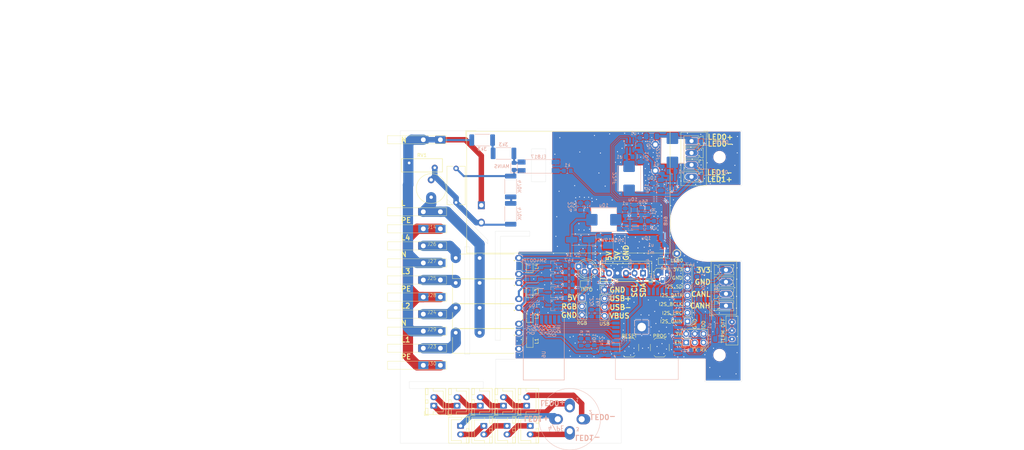
<source format=kicad_pcb>
(kicad_pcb (version 20241229) (generator "pcbnew") (generator_version "9.0")
  (layers (0 "F.Cu" signal) (2 "B.Cu" signal) (13 "F.Paste" user) (15 "B.Paste" user) (5 "F.SilkS" user "F.Silkscreen") (7 "B.SilkS" user "B.Silkscreen") (1 "F.Mask" user) (3 "B.Mask" user) (25 "Edge.Cuts" user))
  (net 0 "")
  (net 1 "GND")
  (net 2 "+5V")
  (net 3 "+3V3")
  (net 4 "+5P")
  (net 5 "+24V")
  (net 6 "PROG_IO0")
  (net 7 "Net-(U3-SW)")
  (net 8 "Net-(U3-BOOT)")
  (net 9 "LED1+")
  (net 10 "/LINE_FUSED")
  (net 11 "Net-(D1-K)")
  (net 12 "PROG_EN")
  (net 13 "LED0+")
  (net 14 "Net-(U2-SW)")
  (net 15 "Net-(U2-BOOT)")
  (net 16 "/BOOT")
  (net 17 "/SW")
  (net 18 "/FB")
  (net 19 "Net-(D1-A)")
  (net 20 "Net-(D2-A)")
  (net 21 "Net-(D3-A)")
  (net 22 "Net-(D4-A)")
  (net 23 "CANL")
  (net 24 "CANH")
  (net 25 "Net-(D10-A)")
  (net 26 "RGB_OUT")
  (net 27 "Net-(D12-A)")
  (net 28 "Net-(D13-A)")
  (net 29 "Net-(D14-A)")
  (net 30 "Net-(D15-A)")
  (net 31 "INFO_LED")
  (net 32 "LINE")
  (net 33 "USB-")
  (net 34 "VBUS")
  (net 35 "USB+")
  (net 36 "PROG_TX")
  (net 37 "PROG_RX")
  (net 38 "SDA")
  (net 39 "SCL")
  (net 40 "Net-(J10-Pin_1)")
  (net 41 "Net-(J10-Pin_2)")
  (net 42 "Net-(J11-Pin_2)")
  (net 43 "Net-(J12-Pin_2)")
  (net 44 "Net-(J12-Pin_1)")
  (net 45 "Net-(J18-Pin_2)")
  (net 46 "Net-(J19-Pin_1)")
  (net 47 "Net-(J19-Pin_2)")
  (net 48 "Net-(J20-Pin_2)")
  (net 49 "Net-(J21-Pin_2)")
  (net 50 "Net-(J22-Pin_2)")
  (net 51 "NEUT")
  (net 52 "Net-(Q6-B)")
  (net 53 "Net-(Q7-B)")
  (net 54 "Net-(Q8-B)")
  (net 55 "Net-(Q9-B)")
  (net 56 "LED1-")
  (net 57 "VBUS_SENSE")
  (net 58 "K1")
  (net 59 "K2")
  (net 60 "K3")
  (net 61 "K4")
  (net 62 "Net-(R9-Pad1)")
  (net 63 "Net-(U7-Rs)")
  (net 64 "Net-(SW1-A)")
  (net 65 "LED0-")
  (net 66 "LED0_DIM")
  (net 67 "Net-(R16-Pad2)")
  (net 68 "MAINS")
  (net 69 "Net-(R30-Pad1)")
  (net 70 "Net-(R32-Pad1)")
  (net 72 "Onewire")
  (net 73 "Net-(R48-Pad1)")
  (net 74 "LED1_DIM")
  (net 75 "RGB_LED")
  (net 76 "CAN_TX")
  (net 77 "CAN_RX")
  (net 80 "CE")
  (net 81 "IRQ")
  (net 84 "SCK")
  (net 85 "MOSI")
  (net 86 "MISO")
  (net 87 "CSN")
  (net 88 "/L1")
  (net 89 "PE")
  (net 90 "/L2")
  (net 91 "/L3")
  (net 92 "/L4")
  (net 93 "Net-(D16-A)")
  (net 94 "Net-(D23-A)")
  (net 95 "Net-(R17-Pad1)")
  (net 96 "I2S_BCLK")
  (net 97 "I2S_LRC")
  (net 98 "I2S_DATA")
  (net 100 "I2S_GAIN")
  (net 101 "I2S_SD")
  (footprint "Connector_JST:JST_XH_B2B-XH-A_1x02_P2.50mm_Vertical" (layer "F.Cu") (at 155.325 124.75 -90)
    (property "Reference" "J22" (hide yes))
    (property "Value" "LED1")
  )
  (footprint "MountingHole:MountingHole_3.2mm_M3" (layer "F.Cu") (at 178.55 117.25)
    (property "Reference" "H6" (hide yes))
    (property "Value" "H")
  )
  (footprint "liebler_CONN:Flachstecker gewinkelt 4,8 oder 6,35mm" (layer "F.Cu") (at 126.5 102)
    (property "Reference" "J23")
    (property "Value" "L1")
  )
  (footprint "Connector_JST:JST_XH_B2B-XH-A_1x02_P2.50mm_Vertical" (layer "F.Cu") (at 140.675 118.85 90)
    (property "Reference" "J15" (hide yes))
    (property "Value" "LED1")
  )
  (footprint "LED_SMD:LED_0805_2012Metric_Pad1.15x1.40mm_HandSolder" (layer "F.Cu") (at 194.75 76.5)
    (property "Reference" "D12" (hide yes))
    (property "Value" "LED0" (hide yes))
  )
  (footprint "liebler_MECH:RELAY_ALDP105W" (layer "F.Cu") (at 142.8 99.9 180)
    (property "Reference" "K1" (hide yes))
    (property "Value" "ALDP105W")
  )
  (footprint "MountingHole:MountingHole_3.2mm_M3" (layer "F.Cu") (at 133 44.8)
    (property "Reference" "H1" (hide yes))
    (property "Value" "H")
  )
  (footprint "Connector_JST:JST_XH_B2B-XH-A_1x02_P2.50mm_Vertical" (layer "F.Cu") (at 127.075 118.85 90)
    (property "Reference" "J10" (hide yes))
    (property "Value" "LED1")
  )
  (footprint "liebler_CONN:Flachstecker gewinkelt 4,8 oder 6,35mm" (layer "F.Cu") (at 126.5 97)
    (property "Reference" "J29")
    (property "Value" "N")
  )
  (footprint "Connector_Phoenix_MC:PhoenixContact_MCV_1,5_4-G-3.5_1x04_P3.50mm_Vertical" (layer "F.Cu") (at 202.6 41.2675 -90)
    (property "Reference" "J17" (hide yes))
    (property "Value" "LED Out")
  )
  (footprint "MountingHole:MountingHole_3.2mm_M3" (layer "F.Cu") (at 178.55 126.35)
    (property "Reference" "H5" (hide yes))
    (property "Value" "H")
  )
  (footprint "LED_SMD:LED_0805_2012Metric_Pad1.15x1.40mm_HandSolder" (layer "F.Cu") (at 155.2 85.3 90)
    (property "Reference" "D15" (hide yes))
    (property "Value" "L3")
  )
  (footprint "LED_SMD:LED_0805_2012Metric_Pad1.15x1.40mm_HandSolder" (layer "F.Cu") (at 155.2 92.6 90)
    (property "Reference" "D14" (hide yes))
    (property "Value" "L2")
  )
  (footprint "LED_SMD:LED_0805_2012Metric_Pad1.15x1.40mm_HandSolder" (layer "F.Cu") (at 155.2 78 90)
    (property "Reference" "D16" (hide yes))
    (property "Value" "L4")
  )
  (footprint "LED_SMD:LED_0805_2012Metric_Pad1.15x1.40mm_HandSolder" (layer "F.Cu") (at 171.9 83.2)
    (property "Reference" "D23" (hide yes))
    (property "Value" "INFO")
  )
  (footprint "Connector_PinHeader_2.54mm:PinHeader_1x03_P2.54mm_Vertical" (layer "F.Cu") (at 170.5 87.2)
    (property "Reference" "J13" (hide yes))
    (property "Value" "RGB")
  )
  (footprint "Package_TO_SOT_THT:TO-92L_HandSolder" (layer "F.Cu") (at 195.4 80.4 180)
    (property "Reference" "U10" (hide yes))
    (property "Value" "DS18B20")
  )
  (footprint "Connector_JST:JST_XH_B2B-XH-A_1x02_P2.50mm_Vertical" (layer "F.Cu") (at 134.925 124.75 -90)
    (property "Reference" "J19" (hide yes))
    (property "Value" "LED1")
  )
  (footprint "TestPoint:TestPoint_THTPad_D2.0mm_Drill1.0mm" (layer "F.Cu") (at 198.3 74.25)
    (property "Reference" "TP3" (hide yes))
    (property "Value" "LED0")
  )
  (footprint "Varistor:RV_Disc_D12mm_W3.9mm_P7.5mm" (layer "F.Cu") (at 127.35 49.1 180)
    (property "Reference" "RV1")
    (property "Value" "10D561K")
  )
  (footprint "liebler_CONN:Flachstecker gewinkelt 4,8 oder 6,35mm" (layer "F.Cu") (at 126.5 77)
    (property "Reference" "J27")
    (property "Value" "N")
  )
  (footprint "liebler_CONN:Flachstecker gewinkelt 4,8 oder 6,35mm" (layer "F.Cu") (at 126.5 62)
    (property "Reference" "J9" (hide yes))
    (property "Value" "L_IN")
  )
  (footprint "Fuse:Fuse_Littelfuse_372_D8.50mm" (layer "F.Cu") (at 126.3 52.66 -90)
    (property "Reference" "F1" (hide yes))
    (property "Value" "T2.0")
  )
  (footprint "Connector_PinHeader_2.54mm:PinHeader_1x07_P2.54mm_Vertical" (layer "F.Cu") (at 201.4 94.12 180)
    (property "Reference" "U1" (hide yes))
    (property "Value" "MAX98357_MODULE")
  )
  (footprint "Connector_JST:JST_XH_B2B-XH-A_1x02_P2.50mm_Vertical" (layer "F.Cu") (at 147.475 118.85 90)
    (property "Reference" "J12" (hide yes))
    (property "Value" "LED1")
  )
  (footprint "liebler_CONN:Flachstecker gewinkelt 4,8 oder 6,35mm" (layer "F.Cu") (at 126.5 87)
    (property "Reference" "J28")
    (property "Value" "PE")
  )
  (footprint "MountingHole:MountingHole_3.2mm_M3" (layer "F.Cu") (at 210.8 104)
    (property "Reference" "H8" (hide yes))
    (property "Value" "H")
  )
  (footprint "liebler_CONN:Flachstecker gewinkelt 4,8 oder 6,35mm" (layer "F.Cu") (at 126.5 82)
    (property "Reference" "J25")
    (property "Value" "L3")
  )
  (footprint "liebler_MECH:RELAY_ALDP105W" (layer "F.Cu") (at 142.8 92.6 180)
    (property "Reference" "K2" (hide yes))
    (property "Value" "ALDP105W")
  )
  (footprint "liebler_CONN:Flachstecker gewinkelt 4,8 oder 6,35mm" (layer "F.Cu") (at 126.5 40.9)
    (property "Reference" "J16" (hide yes))
    (property "Value" "N_IN")
  )
  (footprint "Connector_JST:JST_XH_B2B-XH-A_1x02_P2.50mm_Vertical" (layer "F.Cu") (at 133.875 118.85 90)
    (property "Reference" "J11" (hide yes))
    (property "Value" "LED1")
  )
  (footprint "liebler_MECH:SW_SPST_TL3342_smaller_handsolder" (layer "F.Cu") (at 193.3 101.8)
    (property "Reference" "SW2" (hide yes))
    (property "Value" "PROG")
  )
  (footprint "Connector_JST:JST_XH_B2B-XH-A_1x02_P2.50mm_Vertical" (layer "F.Cu") (at 141.725 124.75 -90)
    (property "Reference" "J20" (hide yes))
    (property "Value" "LED1")
  )
  (footprint "Connector_PinHeader_2.54mm:PinHeader_1x04_P2.54mm_Vertical" (layer "F.Cu") (at 177.1 84.88)
    (property "Reference" "J1" (hide yes))
    (property "Value" "USB")
  )
  (footprint "Capacitor_THT:C_Rect_L11.0mm_W5.1mm_P10.00mm_MKT" (layer "F.Cu") (at 133.6 59.3 90)
    (property "Reference" "C23" (hide yes))
    (property "Value" "22n/250V")
  )
  (footprint "MountingHole:MountingHole_3.2mm_M3" (layer "F.Cu") (at 120.7 117.25)
    (property "Reference" "H3" (hide yes))
    (property "Value" "H")
  )
  (footprint "LED_SMD:LED_0805_2012Metric_Pad1.15x1.40mm_HandSolder" (layer "F.Cu") (at 155.2 99.9 90)
    (property "Reference" "D13" (hide yes))
    (property "Value" "L1")
  )
  (footprint "liebler_MECH:Switch_SS12D00" (layer "F.Cu") (at 214.45 96.8 90)
    (property "Reference" "SW1" (hide yes))
    (property "Value" "TERM OFF")
  )
  (footprint "Connector_PinHeader_2.54mm:PinHeader_2x03_P2.54mm_Vertical" (layer "F.Cu") (at 201.025 100.325 90)
    (property "Reference" "J32" (hide yes))
    (property "Value" "PROG")
  )
  (footprint "liebler_MECH:RELAY_ALDP105W" (layer "F.Cu") (at 142.8 78 180)
    (property "Reference" "K4" (hide yes))
    (property "Value" "ALDP105W")
  )
  (footprint "liebler_MECH:SW_SPST_TL3342_smaller_handsolder" (layer "F.Cu") (at 184.35 101.8)
    (property "Reference" "SW4" (hide yes))
    (property "Value" "RESET")
  )
  (footprint "liebler_CONN:Flachstecker gewinkelt 4,8 oder 6,35mm" (layer "F.Cu") (at 126.5 72)
    (property "Reference" "J26")
    (property "Value" "L4")
  )
  (footprint "Converter_ACDC:Converter_ACDC_Hi-Link_HLK-30Mxx" (layer "F.Cu") (at 141 60.1)
    (property "Reference" "PS2" (hide yes))
    (property "Value" "HLK-30M24C")
  )
  (footprint "Connector_JST:JST_XH_B2B-XH-A_1x02_P2.50mm_Vertical" (layer "F.Cu") (at 154.275 118.85 90)
    (property "Reference" "J18" (hide yes))
    (property "Value" "LED1")
  )
  (footprint "liebler_CONN:Flachstecker gewinkelt 4,8 oder 6,35mm" (layer "F.Cu") (at 126.5 107)
    (property "Reference" "J30")
    (property "Value" "PE")
  )
  (footprint "MountingHole:MountingHole_3.2mm_M3" (layer "F.Cu") (at 136.2 107.7)
    (property "Reference" "H2" (hide yes))
    (property "Value" "H")
  )
  (footprint "liebler_MECH:RELAY_ALDP105W" (layer "F.Cu") (at 142.8 85.3 180)
    (property "Reference" "K3" (hide yes))
    (property "Value" "ALDP105W")
  )
  (footprint "LED_THT:LED_D5.0mm-4_RGB_Staggered_Pins" (layer "F.Cu") (at 169.49 78.04)
    (property "Reference" "D7" (hide yes))
    (property "Value" "Info1")
  )
  (footprint "Connector_JST:JST_XH_B2B-XH-A_1x02_P2.50mm_Vertical" (layer "F.Cu") (at 148.525 124.75 -90)
    (property "Reference" "J21" (hide yes))
    (property "Value" "LED1")
  )
  (footprint "MountingHole:MountingHole_3.2mm_M3" (layer "F.Cu") (at 120.7 126.35)
    (property "Reference" "H4" (hide yes))
    (property "Value" "H")
  )
  (footprint "liebler_CONN:Flachstecker gewinkelt 4,8 oder 6,35mm" (layer "F.Cu") (at 126.5 67)
    (property "Reference" "J14")
    (property "Value" "PE_IN")
  )
  (footprint "Connector_JST:JST_XH_B5B-XH-A_1x05_P2.50mm_Vertical" (layer "F.Cu") (at 188.4 80 180)
    (property "Reference" "J7" (hide yes))
    (property "Value" "EXT1" (hide yes))
  )
  (footprint "liebler_CONN:Flachstecker gewinkelt 4,8 oder 6,35mm" (layer "F.Cu") (at 126.5 92)
    (property "Reference" "J24")
    (property "Value" "L2")
  )
  (footprint "Connector_Phoenix_MC:PhoenixContact_MCV_1,5_4-G-3.5_1x04_P3.50mm_Vertical" (layer "F.Cu") (at 212.6925 89.55 90)
    (property "Reference" "J6" (hide yes))
    (property "Value" "CAN" (hide yes))
  )
  (footprint "MountingHole:MountingHole_3.2mm_M3" (layer "F.Cu") (at 210.8 46)
    (property "Reference" "H7" (hide yes))
    (property "Value" "H")
  )
  (footprint "Resistor_SMD:R_0805_2012Metric_Pad1.20x1.40mm_HandSolder" (layer "B.Cu") (at 166.7 81.513672 180)
    (property "Reference" "R7" (hide yes))
    (property "Value" "1k")
  )
  (footprint "liebler_MODULES:NRF24L01-Module-SMD" (layer "B.Cu") (at 159.3 94.3 90)
    (property "Reference" "U6")
    (property "Value" "RF")
  )
  (footprint "Capacitor_SMD:C_0805_2012Metric_Pad1.18x1.45mm_HandSolder" (layer "B.Cu") (at 176.1 103 -90)
    (property "Reference" "C16" (hide yes))
    (property "Value" "22u")
  )
  (footprint "Capacitor_SMD:C_0805_2012Metric_Pad1.18x1.45mm_HandSolder" (layer "B.Cu") (at 170.8 74.7 -90)
    (property "Reference" "C9" (hide yes))
    (property "Value" "u1")
  )
  (footprint "liebler_SEMICONDUCTORS:D_SOD-123_handsolder" (layer "B.Cu") (at 156.3 81.8)
    (property "Reference" "D3" (hide yes))
    (property "Value" "SM4007PL")
  )
  (footprint "LED_SMD:LED_0805_2012Metric_Pad1.15x1.40mm_HandSolder" (layer "B.Cu") (at 150.6 48.7 90)
    (property "Reference" "D1" (hide yes))
    (property "Value" "MAINS")
  )
  (footprint "liebler_CONN:ÖLFLEX 4x1mm2" (layer "B.Cu") (at 166.9 122.8 -90)
    (property "Reference" "J8" (hide yes))
    (property "Value" "LED Out")
  )
  (footprint "liebler_SEMICONDUCTORS:SOT-223-3_TabPin2_HANDSOLDER" (layer "B.Cu") (at 181.4 71.8)
    (property "Reference" "U5" (hide yes))
    (property "Value" "AMS1117-3.3")
  )
  (footprint "Capacitor_SMD:C_1206_3216Metric" (layer "B.Cu") (at 174.1 73.1)
    (property "Reference" "C20" (hide yes))
    (property "Value" "m1")
  )
  (footprint "Resistor_SMD:R_2512_6332Metric_Pad1.40x3.35mm_HandSolder" (layer "B.Cu") (at 149.6 54.6 -90)
    (property "Reference" "R31" (hide yes))
    (property "Value" "470K")
  )
  (footprint "Resistor_SMD:R_0805_2012Metric_Pad1.20x1.40mm_HandSolder" (layer "B.Cu") (at 177.6 82.3)
    (property "Reference" "R1" (hide yes))
    (property "Value" "1k")
  )
  (footprint "Capacitor_SMD:C_0805_2012Metric_Pad1.18x1.45mm_HandSolder" (layer "B.Cu") (at 184.3 45.9 180)
    (property "Reference" "C19" (hide yes))
    (property "Value" "u1")
  )
  (footprint "Resistor_SMD:R_2512_6332Metric_Pad1.40x3.35mm_HandSolder" (layer "B.Cu") (at 147.5 44.9 180)
    (property "Reference" "R16" (hide yes))
    (property "Value" "3k3")
  )
  (footprint "Resistor_SMD:R_2512_6332Metric_Pad1.40x3.35mm_HandSolder" (layer "B.Cu") (at 149.6 62.6 -90)
    (property "Reference" "R30" (hide yes))
    (property "Value" "470K")
  )
  (footprint "Resistor_SMD:R_0805_2012Metric_Pad1.20x1.40mm_HandSolder" (layer "B.Cu") (at 175.2 91.7 90)
    (property "Reference" "R10" (hide yes))
    (property "Value" "15k")
  )
  (footprint "Capacitor_SMD:C_1206_3216Metric_Pad1.33x1.80mm_HandSolder" (layer "B.Cu") (at 191.3 55.2 90)
    (property "Reference" "C21" (hide yes))
    (property "Value" "10u")
  )
  (footprint "Capacitor_SMD:C_0805_2012Metric_Pad1.18x1.45mm_HandSolder" (layer "B.Cu") (at 178.1 103 -90)
    (property "Reference" "C15" (hide yes))
    (property "Value" "u1")
  )
  (footprint "Resistor_SMD:R_0805_2012Metric_Pad1.20x1.40mm_HandSolder" (layer "B.Cu") (at 166.2 50)
    (property "Reference" "R32" (hide yes))
    (property "Value" "k1")
  )
  (footprint "Package_TO_SOT_SMD:SOT-23_Handsoldering" (layer "B.Cu") (at 211.1 95.4 90)
    (property "Reference" "D8" (hide yes))
    (property "Value" "NUP2105")
  )
  (footprint "Package_TO_SOT_SMD:SOT-23_Handsoldering" (layer "B.Cu") (at 162.1 85.6 180)
    (property "Reference" "Q7" (hide yes))
    (property "Value" "BC847")
  )
  (footprint "liebler_SEMICONDUCTORS:D_SOD-123_handsolder" (layer "B.Cu") (at 156.3 87.5)
    (property "Reference" "D10" (hide yes))
    (property "Value" "SM4007PL")
  )
  (footprint "Package_TO_SOT_SMD:SOT-23_Handsoldering" (layer "B.Cu") (at 162.1 78 180)
    (property "Reference" "Q9" (hide yes))
    (property "Value" "BC847")
  )
  (footprint "Resistor_SMD:R_1206_3216Metric_Pad1.30x1.75mm_HandSolder" (layer "B.Cu") (at 211.1 99.3 180)
    (property "Reference" "R12" (hide yes))
    (property "Value" "K12")
  )
  (footprint "Capacitor_SMD:C_0805_2012Metric_Pad1.18x1.45mm_HandSolder" (layer "B.Cu") (at 193.6 71.7)
    (property "Reference" "C13" (hide yes))
    (property "Value" "u1")
  )
  (footprint "liebler_PASSIVES:L_0630" (layer "B.Cu") (at 176.9 64.35)
    (property "Reference" "L3" (hide yes))
    (property "Value" "10u")
  )
  (footprint "Capacitor_SMD:C_0805_2012Metric_Pad1.18x1.45mm_HandSolder" (layer "B.Cu") (at 156.3 91.1 180)
    (property "Reference" "C22" (hide yes))
    (property "Value" "10u")
  )
  (footprint "Package_TO_SOT_SMD:SOT-23_Handsoldering" (layer "B.Cu") (at 162.1 89.4 180)
    (property "Reference" "Q6" (hide yes))
    (property "Value" "BC847")
  )
  (footprint "Capacitor_SMD:C_1206_3216Metric_Pad1.33x1.80mm_HandSolder" (layer "B.Cu") (at 185.8 61.5 -90)
    (property "Reference" "C31" (hide yes))
    (property "Value" "10u")
  )
  (footprint "Package_TO_SOT_SMD:SOT-23-6_Handsoldering" (layer "B.Cu") (at 196.8 53.6 90)
    (property "Reference" "U2" (hide yes))
    (property "Value" "TPS92200D1DDCR")
  )
  (footprint "Resistor_SMD:R_0805_2012Metric_Pad1.20x1.40mm_HandSolder" (layer "B.Cu") (at 166.7 77.713672 180)
    (property "Reference" "R8" (hide yes))
    (property "Value" "1k")
  )
  (footprint "Resistor_SMD:R_0805_2012Metric_Pad1.20x1.40mm_HandSolder" (layer "B.Cu") (at 188.2 77.1 -90)
    (property "Reference" "R25" (hide yes))
    (property "Value" "4k7")
  )
  (footprint "Resistor_SMD:R_0805_2012Metric_Pad1.20x1.40mm_HandSolder" (layer "B.Cu") (at 188.85 64.7 180)
    (property "Reference" "R17" (hide yes))
    (property "Value" "6k8" (hide yes))
  )
  (footprint "Resistor_SMD:R_0805_2012Metric_Pad1.20x1.40mm_HandSolder" (layer "B.Cu") (at 204.25 83.8 -90)
    (property "Reference" "R3" (hide yes))
    (property "Value" "10k")
  )
  (footprint "Package_TO_SOT_SMD:SOT-23-6_Handsoldering" (layer "B.Cu") (at 184.55 65.8)
    (property "Reference" "U9" (hide yes))
    (property "Value" "TPS54202DDC")
  )
  (footprint "Capacitor_SMD:C_1206_3216Metric" (layer "B.Cu") (at 194 73.9)
    (property "Reference" "C2" (hide yes))
    (property "Value" "m1")
  )
  (footprint "Package_TO_SOT_SMD:SOT-23-6_Handsoldering" (layer "B.Cu") (at 184.6 42.5 -90)
    (property "Reference" "U3" (hide yes))
    (property "Value" "TPS92200D1DDCR")
  )
  (footprint "Resistor_SMD:R_0805_2012Metric_Pad1.20x1.40mm_HandSolder" (layer "B.Cu") (at 166.7 79.613672 180)
    (property "Reference" "R38" (hide yes))
    (property "Value" "k47")
  )
  (footprint "Resistor_SMD:R_2512_6332Metric_Pad1.40x3.35mm_HandSolder" (layer "B.Cu") (at 141.25 41 180)
    (property "Reference" "R28" (hide yes))
    (property "Value" "3k3")
  )
  (footprint "Capacitor_SMD:C_1206_3216Metric_Pad1.33x1.80mm_HandSolder" (layer "B.Cu") (at 193.6 54.2 -90)
    (property "Reference" "C24" (hide yes))
    (property "Value" "10u")
  )
  (footprint "Resistor_SMD:R_0805_2012Metric_Pad1.20x1.40mm_HandSolder" (layer "B.Cu") (at 166.7 87.213672 180)
    (property "Reference" "R34" (hide yes))
    (property "Value" "k47")
  )
  (footprint "Diode_SMD:D_SMA_Handsoldering" (layer "B.Cu") (at 170 70.2 180)
    (property "Reference" "D9" (hide yes))
    (property "Value" "1N5819WS")
  )
  (footprint "Resistor_SMD:R_0805_2012Metric_Pad1.20x1.40mm_HandSolder" (layer "B.Cu") (at 174.1 102.1 -90)
    (property "Reference" "R47" (hide yes))
    (property "Value" "10k")
  )
  (footprint "Capacitor_SMD:C_0805_2012Metric_Pad1.18x1.45mm_HandSolder" (layer "B.Cu") (at 194 49.8 90)
    (property "Reference" "C27" (hide yes))
    (property "Value" "u1")
  )
  (footprint "liebler_PASSIVES:L_0630" (layer "B.Cu") (at 197 44 -90)
    (property "Reference" "L2" (hide yes))
    (property "Value" "22uF")
  )
  (footprint "Capacitor_SMD:C_0805_2012Metric_Pad1.18x1.45mm_HandSolder" (layer "B.Cu") (at 204.25 80 90)
    (property "Reference" "C17" (hide yes))
    (property "Value" "u1")
  )
  (footprint "Resistor_SMD:R_0805_2012Metric_Pad1.20x1.40mm_HandSolder" (layer "B.Cu") (at 166.7 91.013672 180)
    (property "Reference" "R33" (hide yes))
    (property "Value" "k47")
  )
  (footprint "Resistor_SMD:R_0805_2012Metric_Pad1.20x1.40mm_HandSolder" (layer "B.Cu") (at 209.85 87.75 90)
    (property "Reference" "R11" (hide yes))
    (property "Value" "10k")
  )
  (footprint "Resistor_SMD:R_0805_2012Metric_Pad1.20x1.40mm_HandSolder" (layer "B.Cu") (at 203.55 102.6)
    (property "Reference" "R9" (hide yes))
    (property "Value" "k1")
  )
  (footprint "Capacitor_SMD:C_1206_3216Metric_Pad1.33x1.80mm_HandSolder" (layer "B.Cu") (at 190.9 39.9 180)
    (property "Reference" "C26" (hide yes))
    (property "Value" "10u")
  )
  (footprint "Resistor_SMD:R_0805_2012Metric_Pad1.20x1.40mm_HandSolder" (layer "B.Cu") (at 172.2 100.2 -90)
    (property "Reference" "R48" (hide yes))
    (property "Value" "k1")
  )
  (footprint "Capacitor_SMD:C_0805_2012Metric_Pad1.18x1.45mm_HandSolder" (layer "B.Cu") (at 188.85 66.65)
    (property "Reference" "C32" (hide yes))
    (property "Value" "u1")
  )
  (footprint "liebler_SEMICONDUCTORS:SOIC-8_3.9x4.9mm_Pitch1.27mm_handsolder" (layer "B.Cu") (at 206.05 90.2 90)
    (property "Reference" "U7" (hide yes))
    (property "Value" "SN65HVD230" (hide yes))
  )
  (footprint "liebler_SEMICONDUCTORS:D_SOD-123_handsolder" (layer "B.Cu") (at 156.4 78.3)
    (property "Reference" "D4" (hide yes))
    (property "Value" "SM4007PL")
  )
  (footprint "Capacitor_SMD:C_0805_2012Metric_Pad1.18x1.45mm_HandSolder" (layer "B.Cu") (at 192.6 69.7)
    (property "Reference" "C14" (hide yes))
    (property "Value" "10u")
  )
  (footprint "Capacitor_SMD:C_0805_2012Metric_Pad1.18x1.45mm_HandSolder" (layer "B.Cu") (at 183.15 62.1 -90)
    (property "Reference" "C30" (hide yes))
    (property "Value" "u1")
  )
  (footprint "Capacitor_SMD:C_0805_2012Metric_Pad1.18x1.45mm_HandSolder" (layer "B.Cu") (at 172.05 60.45 90)
    (property "Reference" "C34" (hide yes))
    (property "Value" "22u")
  )
  (footprint "Capacitor_SMD:C_0805_2012Metric_Pad1.18x1.45mm_HandSolder" (layer "B.Cu") (at 170.2 100.2 90)
    (property "Reference" "C25" (hide yes))
    (property "Value" "u1")
  )
  (footprint "Resistor_SMD:R_0805_2012Metric_Pad1.20x1.40mm_HandSolder" (layer "B.Cu") (at 186.3 77.1 -90)
    (property "Reference" "R26" (hide yes))
    (property "Value" "4k7")
  )
  (footprint "Resistor_SMD:R_0805_2012Metric_Pad1.20x1.40mm_HandSolder" (layer "B.Cu") (at 194.9 76.9 180)
    (property "Reference" "R29" (hide yes))
    (property "Value" "10k")
  )
  (footprint "Capacitor_SMD:C_0805_2012Metric_Pad1.18x1.45mm_HandSolder" (layer "B.Cu") (at 170.05 60.45 90)
    (property "Reference" "C35" (hide yes))
    (property "Value" "22u")
  )
  (footprint "Resistor_SMD:R_0805_2012Metric_Pad1.20x1.40mm_HandSolder" (layer "B.Cu") (at 173.3 91.7 -90)
    (property "Reference" "R4" (hide yes))
    (property "Value" "22k")
  )
  (footprint "Capacitor_SMD:C_0805_2012Metric_Pad1.18x1.45mm_HandSolder" (layer "B.Cu") (at 196.9 50.2)
    (property "Reference" "C28" (hide yes))
    (property "Value" "u1")
  )
  (footprint "Resistor_SMD:R_0805_2012Metric_Pad1.20x1.40mm_HandSolder" (layer "B.Cu") (at 198.9 77.55)
    (property "Reference" "R14" (hide yes))
    (property "Value" "k47")
  )
  (footprint "liebler_SEMICONDUCTORS:D_SOD-123_handsolder" (layer "B.Cu") (at 156.3 85.2)
    (property "Reference" "D2" (hide yes))
    (property "Value" "SM4007PL")
  )
  (footprint "liebler_PASSIVES:L_0630" (layer "B.Cu") (at 184.3 52.2 90)
    (property "Reference" "L1" (hide yes))
    (property "Value" "22uF")
  )
  (footprint "Package_TO_SOT_SMD:SOT-23_Handsoldering" (layer "B.Cu") (at 162.1 81.8 180)
    (property "Reference" "Q8" (hide yes))
    (property "Value" "BC847")
  )
  (footprint "Capacitor_SMD:C_1206_3216Metric_Pad1.33x1.80mm_HandSolder" (layer "B.Cu") (at 187.6 45.8 -90)
    (property "Reference" "C10" (hide yes))
    (property "Value" "10u")
  )
  (footprint "liebler_SEMICONDUCTORS:SO-4_7.6x3.6mm_P2.54mm_handsolder" (layer "B.Cu") (at 157.8 48.7)
    (property "Reference" "U8" (hide yes))
    (property "Value" "EL817")
  )
  (footprint "Resistor_SMD:R_1206_3216Metric_Pad1.30x1.75mm_HandSolder" (layer "B.Cu") (at 207 50.4)
    (property "Reference" "R2" (hide yes))
    (property "Value" "0R15")
  )
  (footprint "Resistor_SMD:R_0805_2012Metric_Pad1.20x1.40mm_HandSolder" (layer "B.Cu") (at 189.9 61.9 -90)
    (property "Reference" "R15" (hide yes))
    (property "Value" "M1")
  )
  (footprint "Resistor_SMD:R_0805_2012Metric_Pad1.20x1.40mm_HandSolder" (layer "B.Cu") (at 166.7 89.113672 180)
    (property "Reference" "R5" (hide yes))
    (property "Value" "1k")
  )
  (footprint "Resistor_SMD:R_0805_2012Metric_Pad1.20x1.40mm_HandSolder" (layer "B.Cu") (at 166.7 85.313672 180)
    (property "Reference" "R6" (hide yes))
    (property "Value" "1k")
  )
  (footprint "Capacitor_SMD:C_0805_2012Metric_Pad1.18x1.45mm_HandSolder" (layer "B.Cu") (at 187.95 61.85 90)
    (property "Reference" "C33" (hide yes))
    (property "Value" "56p")
  )
  (footprint "Capacitor_SMD:C_1206_3216Metric" (layer "B.Cu") (at 174.1 75.4)
    (property "Reference" "C1" (hide yes))
    (property "Value" "m1")
  )
  (footprint "Capacitor_SMD:C_0805_2012Metric_Pad1.18x1.45mm_HandSolder" (layer "B.Cu") (at 187.4 41.4 90)
    (property "Reference" "C18" (hide yes))
    (property "Value" "u1")
  )
  (footprint "Resistor_SMD:R_0805_2012Metric_Pad1.20x1.40mm_HandSolder" (layer "B.Cu") (at 192.6 64.7 180)
    (property "Reference" "R18" (hide yes))
    (property "Value" "6k8")
  )
  (footprint "Resistor_SMD:R_0805_2012Metric_Pad1.20x1.40mm_HandSolder" (layer "B.Cu") (at 191.6 82.7 180)
    (property "Reference" "R46" (hide yes))
    (property "Value" "1k")
  )
  (footprint "Capacitor_SMD:C_0805_2012Metric" (layer "B.Cu") (at 205.55 95.45)
    (property "Reference" "C29" (hide yes))
    (property "Value" "u1")
  )
  (footprint "Capacitor_SMD:C_0805_2012Metric_Pad1.18x1.45mm_HandSolder" (layer "B.Cu") (at 175.5 70 -90)
    (property "Reference" "C12" (hide yes))
    (property "Value" "10u")
  )
  (footprint "liebler_SEMICONDUCTORS:ESP32-S3-WROOM-1_handsolder" (layer "B.Cu") (at 189.5 98.25)
    (property "Reference" "U11")
    (property "Value" "ESP32-S3-WROOM-1")
  )
  (footprint "Resistor_SMD:R_0805_2012Metric_Pad1.20x1.40mm_HandSolder" (layer "B.Cu") (at 166.7 83.413672 180)
    (property "Reference" "R37" (hide yes))
    (property "Value" "k47")
  )
  (footprint "Resistor_SMD:R_1206_3216Metric_Pad1.30x1.75mm_HandSolder" (layer "B.Cu") (at 207 41.6)
    (property "Reference" "R13" (hide yes))
    (property "Value" "0R15")
  )
  (gr_line (start 145.1 67.7) (end 155.2 67.7) (stroke (width 0.05)) (layer "Edge.Cuts"))
  (gr_line (start 146.6 99.7) (end 145.1 99.7) (stroke (width 0.05)) (layer "Edge.Cuts"))
  (gr_line (start 155.2 67.7) (end 155.2 69.2) (stroke (width 0.05)) (layer "Edge.Cuts"))
  (gr_arc (start 207.5 76.4) (mid 196.5 65.4) (end 207.5 54.4) (stroke (width 0.05)) (layer "Edge.Cuts"))
  (gr_line (start 131 59.5) (end 142.9 71.4) (stroke (width 0.05)) (layer "Edge.Cuts"))
  (gr_line (start 145.1 99.7) (end 145.1 67.7) (stroke (width 0.05)) (layer "Edge.Cuts"))
  (gr_line (start 217.25 111.75) (end 206.5 111.75) (stroke (width 0.05)) (layer "Edge.Cuts"))
  (gr_line (start 206.5 105.25) (end 145.2 105.25) (stroke (width 0.05)) (layer "Edge.Cuts"))
  (gr_line (start 142.9 71.4) (end 142.9 70.3) (stroke (width 0.05)) (layer "Edge.Cuts"))
  (gr_line (start 146.6 69.2) (end 146.6 99.7) (stroke (width 0.05)) (layer "Edge.Cuts"))
  (gr_line (start 131 58.4) (end 142.9 70.3) (stroke (width 0.05)) (layer "Edge.Cuts"))
  (gr_line (start 207.5 54.4) (end 217.25 54.4) (stroke (width 0.05)) (layer "Edge.Cuts"))
  (gr_line (start 217.25 38.25) (end 117.25 38.25) (stroke (width 0.05)) (layer "Edge.Cuts"))
  (gr_line (start 155.2 69.2) (end 146.6 69.2) (stroke (width 0.05)) (layer "Edge.Cuts"))
  (gr_line (start 117.25 129.8) (end 182 129.8) (stroke (width 0.05)) (layer "Edge.Cuts"))
  (gr_line (start 145.2 105.25) (end 145.2 113.8) (stroke (width 0.05)) (layer "Edge.Cuts"))
  (gr_rect (start 119.9 111.75) (end 141.55 113.8) (stroke (width 0.05)) (fill no) (layer "Edge.Cuts"))
  (gr_line (start 182 129.8) (end 182 113.8) (stroke (width 0.05)) (layer "Edge.Cuts"))
  (gr_line (start 131 58.4) (end 131 59.5) (stroke (width 0.05)) (layer "Edge.Cuts"))
  (gr_line (start 145.2 113.8) (end 182 113.8) (stroke (width 0.05)) (layer "Edge.Cuts"))
  (gr_rect (start 155.7 43.6) (end 159.9 53.2) (stroke (width 0.05)) (fill no) (layer "Edge.Cuts"))
  (gr_rect (start 136.1 72.3) (end 137.6 103.8) (stroke (width 0.05)) (fill no) (layer "Edge.Cuts"))
  (gr_line (start 207.5 76.4) (end 217.25 76.4) (stroke (width 0.05)) (layer "Edge.Cuts"))
  (gr_line (start 206.5 111.75) (end 206.5 105.25) (stroke (width 0.05)) (layer "Edge.Cuts"))
  (gr_line (start 217.25 76.4) (end 217.25 111.75) (stroke (width 0.05)) (layer "Edge.Cuts"))
  (gr_line (start 217.25 54.4) (end 217.25 38.25) (stroke (width 0.05)) (layer "Edge.Cuts"))
  (gr_line (start 117.25 38.25) (end 117.25 129.8) (stroke (width 0.05)) (layer "Edge.Cuts"))
  (gr_text "GND" (at 208.35 82.6 0) (layer "F.SilkS") (effects (font (size 1.5 1.5) (thickness 0.3) (bold yes)) (justify right)))
  (gr_text "GND" (at 183.4 76.5 90) (layer "F.SilkS") (effects (font (size 1.5 1.5) (thickness 0.3) (bold yes)) (justify left)))
  (gr_text "L1" (at 117.3 99.5 0) (layer "F.SilkS") (effects (font (size 1.5 1.5) (thickness 0.3) (bold yes)) (justify left)))
  (gr_text "N" (at 117.3 74.5 0) (layer "F.SilkS") (effects (font (size 1.5 1.5) (thickness 0.3) (bold yes)) (justify left)))
  (gr_text "CANL" (at 208.3 86.15 0) (layer "F.SilkS") (effects (font (size 1.5 1.5) (thickness 0.3) (bold yes)) (justify right)))
  (gr_text "RX" (at 206.1 102.5 0) (layer "F.SilkS") (effects (font (size 1 1))))
  (gr_text "I2S_DATA" (at 200.05 86.5 0) (layer "F.SilkS") (effects (font (size 1 1)) (justify right)))
  (gr_text "L4" (at 117.3 69.6 0) (layer "F.SilkS") (effects (font (size 1.5 1.5) (thickness 0.3) (bold yes)) (justify left)))
  (gr_text "N" (at 117.3 94.6 0) (layer "F.SilkS") (effects (font (size 1.5 1.5) (thickness 0.3) (bold yes)) (justify left)))
  (gr_text "IO0" (at 206.1 95.15 90) (layer "F.SilkS") (effects (font (size 1 1))))
  (gr_text "LED1+" (at 207 52.5 0) (layer "F.SilkS") (effects (font (size 1.5 1.5) (thickness 0.3) (bold yes)) (justify left)))
  (gr_text "USB+" (at 178.4 87.4 0) (layer "F.SilkS") (effects (font (size 1.5 1.5) (thickness 0.3) (bold yes)) (justify left)))
  (gr_text "I2S_GAIN" (at 200 94.15 0) (layer "F.SilkS") (effects (font (size 1 1)) (justify right)))
  (gr_text "USB-" (at 178.4 90 0) (layer "F.SilkS") (effects (font (size 1.5 1.5) (thickness 0.3) (bold yes)) (justify left)))
  (gr_text "LED0-" (at 207.2 42.1 0) (layer "F.SilkS") (effects (font (size 1.5 1.5) (thickness 0.3) (bold yes)) (justify left)))
  (gr_text "L2" (at 117.3 89.6 0) (layer "F.SilkS") (effects (font (size 1.5 1.5) (thickness 0.3) (bold yes)) (justify left)))
  (gr_text "VBUS" (at 178.4 92.5 0) (layer "F.SilkS") (effects (font (size 1.5 1.5) (thickness 0.3) (bold yes)) (justify left)))
  (gr_text "PE" (at 117.3 84.6 0) (layer "F.SilkS") (effects (font (size 1.5 1.5) (thickness 0.3) (bold yes)) (justify left)))
  (gr_text "5V" (at 169.2 87.2 0) (layer "F.SilkS") (effects (font (size 1.5 1.5) (thickness 0.3) (bold yes)) (justify right)))
  (gr_text "PE" (at 117.3 104.5 0) (layer "F.SilkS") (effects (font (size 1.5 1.5) (thickness 0.3) (bold yes)) (justify left)))
  (gr_text "N" (at 117.3 41 0) (layer "F.SilkS") (effects (font (size 1.5 1.5) (thickness 0.3) (bold yes)) (justify left)))
  (gr_text "CANH" (at 208.3 89.55 0) (layer "F.SilkS") (effects (font (size 1.5 1.5) (thickness 0.3) (bold yes)) (justify right)))
  (gr_text "5V" (at 178.4 76.5 90) (layer "F.SilkS") (effects (font (size 1.5 1.5) (thickness 0.3) (bold yes)) (justify left)))
  (gr_text "3V" (at 199.7 97.85 0) (layer "F.SilkS") (effects (font (size 1 1)) (justify right)))
  (gr_text "RGB" (at 169.2 89.8 0) (layer "F.SilkS") (effects (font (size 1.5 1.5) (thickness 0.3) (bold yes)) (justify right)))
  (gr_text "I2S_LRC" (at 200 91.7 0) (layer "F.SilkS") (effects (font (size 1 1)) (justify right)))
  (gr_text "I2S_SD" (at 200.05 83.95 0) (layer "F.SilkS") (effects (font (size 1 1)) (justify right)))
  (gr_text "GND" (at 200.05 81.4 0) (layer "F.SilkS") (effects (font (size 1 1)) (justify right)))
  (gr_text "LED0+" (at 207.2 40.1 0) (layer "F.SilkS") (effects (font (size 1.5 1.5) (thickness 0.3) (bold yes)) (justify left)))
  (gr_text "3V3" (at 200.05 78.9 0) (layer "F.SilkS") (effects (font (size 1 1)) (justify right)))
  (gr_text "SDA" (at 188.4 87.3 90) (layer "F.SilkS") (effects (font (size 1.5 1.5) (thickness 0.3) (bold yes)) (justify left)))
  (gr_text "L" (at 117.3 59.5 0) (layer "F.SilkS") (effects (font (size 1.5 1.5) (thickness 0.3) (bold yes)) (justify left)))
  (gr_text "EN" (at 199.7 100.35 0) (layer "F.SilkS") (effects (font (size 1 1)) (justify right)))
  (gr_text "3V3" (at 208.35 79.1 0) (layer "F.SilkS") (effects (font (size 1.5 1.5) (thickness 0.3) (bold yes)) (justify right)))
  (gr_text "I2S_BCLK" (at 200.05 89.1 0) (layer "F.SilkS") (effects (font (size 1 1)) (justify right)))
  (gr_text "3V" (at 180.9 76.5 90) (layer "F.SilkS") (effects (font (size 1.5 1.5) (thickness 0.3) (bold yes)) (justify left)))
  (gr_text "GND" (at 203.55 94.85 90) (layer "F.SilkS") (effects (font (size 1 1))))
  (gr_text "LED1-" (at 207 50.5 0) (layer "F.SilkS") (effects (font (size 1.5 1.5) (thickness 0.3) (bold yes)) (justify left)))
  (gr_text "SCL" (at 185.9 87.3 90) (layer "F.SilkS") (effects (font (size 1.5 1.5) (thickness 0.3) (bold yes)) (justify left)))
  (gr_text "PE" (at 117.3 64.5 0) (layer "F.SilkS") (effects (font (size 1.5 1.5) (thickness 0.3) (bold yes)) (justify left)))
  (gr_text "TX" (at 203.55 102.5 0) (layer "F.SilkS") (effects (font (size 1 1))))
  (gr_text "L3" (at 117.3 79.5 0) (layer "F.SilkS") (effects (font (size 1.5 1.5) (thickness 0.3) (bold yes)) (justify left)))
  (gr_text "GND" (at 178.4 84.9 0) (layer "F.SilkS") (effects (font (size 1.5 1.5) (thickness 0.3) (bold yes)) (justify left)))
  (gr_text "GND" (at 169.2 92.3 0) (layer "F.SilkS") (effects (font (size 1.5 1.5) (thickness 0.3) (bold yes)) (justify right)))
  (gr_text "LED1-" (at 168.3 128.2 180) (layer "B.SilkS") (effects (font (size 1.5 1.5) (thickness 0.3) (bold yes)) (justify left mirror)))
  (gr_text "LED0-" (at 172.8 122.1 180) (layer "B.SilkS") (effects (font (size 1.5 1.5) (thickness 0.3) (bold yes)) (justify left mirror)))
  (gr_text "LED1+" (at 153.3 122.6 180) (layer "B.SilkS") (effects (font (size 1.5 1.5) (thickness 0.3) (bold yes)) (justify left mirror)))
  (gr_text "LED0+" (at 158.1 118 180) (layer "B.SilkS") (effects (font (size 1.5 1.5) (thickness 0.3) (bold yes)) (justify left mirror)))
  (segment (start 183.4 80) (end 183.4 84.3) (width 1.6) (layer "F.Cu") (net 1))
  (segment (start 193.725 76.5) (end 195.225 75) (width 0.3) (layer "F.Cu") (net 1))
  (segment (start 195.225 75) (end 195.65 75) (width 0.3) (layer "F.Cu") (net 1))
  (segment (start 182.82 84.88) (end 177.1 84.88) (width 1.6) (layer "F.Cu") (net 1))
  (segment (start 183.4 84.3) (end 182.82 84.88) (width 1.6) (layer "F.Cu") (net 1))
  (via (at 172 104.3) (size 0.6) (drill 0.3) (layers "F.Cu" "B.Cu") (net 1))
  (via (at 215.95 103.3) (size 0.6) (drill 0.3) (layers "F.Cu" "B.Cu") (net 1))
  (via (at 170 70.2) (size 0.6) (drill 0.3) (layers "F.Cu" "B.Cu") (net 1))
  (via (at 174.4 76.1) (size 0.6) (drill 0.3) (layers "F.Cu" "B.Cu") (net 1))
  (via (at 209.2 90.9) (size 0.6) (drill 0.3) (layers "F.Cu" "B.Cu") (net 1))
  (via (at 188.2 39) (size 0.6) (drill 0.3) (layers "F.Cu" "B.Cu") (net 1))
  (via (at 202.7 82.8) (size 0.6) (drill 0.3) (layers "F.Cu" "B.Cu") (net 1))
  (via (at 181.6 56.7) (size 0.6) (drill 0.3) (layers "F.Cu" "B.Cu") (net 1))
  (via (at 202.25 87.75) (size 0.6) (drill 0.3) (layers "F.Cu" "B.Cu") (net 1))
  (via (at 215.65 109.5) (size 0.6) (drill 0.3) (layers "F.Cu" "B.Cu") (net 1))
  (via (at 169.6 71.65) (size 0.6) (drill 0.3) (layers "F.Cu" "B.Cu") (net 1))
  (via (at 180.3 47.5) (size 0.6) (drill 0.3) (layers "F.Cu" "B.Cu") (net 1))
  (via (at 214.9 77.6) (size 0.6) (drill 0.3) (layers "F.Cu" "B.Cu") (net 1))
  (via (at 199.1 51.9) (size 0.6) (drill 0.3) (layers "F.Cu" "B.Cu") (net 1))
  (via (at 196.45 92) (size 0.6) (drill 0.3) (layers "F.Cu" "B.Cu") (net 1))
  (via (at 191.3 46) (size 0.6) (drill 0.3) (layers "F.Cu" "B.Cu") (net 1))
  (via (at 216 98.55) (size 0.6) (drill 0.3) (layers "F.Cu" "B.Cu") (net 1))
  (via (at 164.4 78) (size 0.6) (drill 0.3) (layers "F.Cu" "B.Cu") (net 1))
  (via (at 161.7 88.2) (size 0.6) (drill 0.3) (layers "F.Cu" "B.Cu") (net 1))
  (via (at 152.2 104.05) (size 0.6) (drill 0.3) (layers "F.Cu" "B.Cu") (net 1))
  (via (at 206.4 52.3) (size 0.6) (drill 0.3) (layers "F.Cu" "B.Cu") (net 1))
  (via (at 162.85 69.2) (size 0.6) (drill 0.3) (layers "F.Cu" "B.Cu") (net 1))
  (via (at 167.1 104.35) (size 0.6) (drill 0.3) (layers "F.Cu" "B.Cu") (net 1))
  (via (at 185.75 88.5) (size 0.6) (drill 0.3) (layers "F.Cu" "B.Cu") (net 1))
  (via (at 170.2 68.9) (size 0.6) (drill 0.3) (layers "F.Cu" "B.Cu") (net 1))
  (via (at 198.55 104.55) (size 0.6) (drill 0.3) (layers "F.Cu" "B.Cu") (net 1))
  (via (at 168.65 57.9) (size 0.6) (drill 0.3) (layers "F.Cu" "B.Cu") (net 1))
  (via (at 191.1 55) (size 0.6) (drill 0.3) (layers "F.Cu" "B.Cu") (net 1))
  (via (at 196.2 87.8) (size 0.6) (drill 0.3) (layers "F.Cu" "B.Cu") (net 1))
  (via (at 172.45 68.7) (size 0.6) (drill 0.3) (layers "F.Cu" "B.Cu") (net 1))
  (via (at 172.7 67.1) (size 0.6) (drill 0.3) (layers "F.Cu" "B.Cu") (net 1))
  (via (at 209.3 39.2) (size 0.6) (drill 0.3) (layers "F.Cu" "B.Cu") (net 1))
  (via (at 156.05 86.5) (size 0.6) (drill 0.3) (layers "F.Cu" "B.Cu") (net 1))
  (via (at 192.75 63.3) (size 0.6) (drill 0.3) (layers "F.Cu" "B.Cu") (net 1))
  (via (at 195.25 102.25) (size 0.6) (drill 0.3) (layers "F.Cu" "B.Cu") (net 1))
  (via (at 190.35 50.35) (size 0.6) (drill 0.3) (layers "F.Cu" "B.Cu") (net 1))
  (via (at 173.5 59) (size 0.6) (drill 0.3) (layers "F.Cu" "B.Cu") (net 1))
  (via (at 175.4 77.05) (size 0.6) (drill 0.3) (layers "F.Cu" "B.Cu") (net 1))
  (via (at 206.5 103.9) (size 0.6) (drill 0.3) (layers "F.Cu" "B.Cu") (net 1))
  (via (at 192.5 47.2) (size 0.6) (drill 0.3) (layers "F.Cu" "B.Cu") (net 1))
  (via (at 185.75 102) (size 0.6) (drill 0.3) (layers "F.Cu" "B.Cu") (net 1))
  (via (at 196.4 69.1) (size 0.6) (drill 0.3) (layers "F.Cu" "B.Cu") (net 1))
  (via (at 171.1 67.4) (size 0.6) (drill 0.3) (layers "F.Cu" "B.Cu") (net 1))
  (via (at 194.5 103.55) (size 0.6) (drill 0.3) (layers "F.Cu" "B.Cu") (net 1))
  (via (at 192.8 66.15) (size 0.6) (drill 0.3) (layers "F.Cu" "B.Cu") (net 1))
  (via (at 197.3 58.5) (size 0.6) (drill 0.3) (layers "F.Cu" "B.Cu") (net 1))
  (via (at 157.9 89.15) (size 0.6) (drill 0.3) (layers "F.Cu" "B.Cu") (net 1))
  (via (at 162.35 85.7) (size 0.6) (drill 0.3) (layers "F.Cu" "B.Cu") (net 1))
  (via (at 205.1 46.8) (size 0.6) (drill 0.3) (layers "F.Cu" "B.Cu") (net 1))
  (via (at 204.3 76.8) (size 0.6) (drill 0.3) (layers "F.Cu" "B.Cu") (net 1))
  (via (at 181.8 47.5) (size 0.6) (drill 0.3) (layers "F.Cu" "B.Cu") (net 1))
  (via (at 169.85 104.35) (size 0.6) (drill 0.3) (layers "F.Cu" "B.Cu") (net 1))
  (via (at 192.5 45.6) (size 0.6) (drill 0.3) (layers "F.Cu" "B.Cu") (net 1))
  (via (at 199.4 48.3) (size 0.6) (drill 0.3) (layers "F.Cu" "B.Cu") (net 1))
  (via (at 215.25 84.25) (size 0.6) (drill 0.3) (layers "F.Cu" "B.Cu") (net 1))
  (via (at 192.95 103.5) (size 0.6) (drill 0.3) (layers "F.Cu" "B.Cu") (net 1))
  (via (at 182.25 43.4) (size 0.6) (drill 0.3) (layers "F.Cu" "B.Cu") (net 1))
  (via (at 201.4 39) (size 0.6) (drill 0.3) (layers "F.Cu" "B.Cu") (net 1))
  (via (at 195.25 95.85) (size 0.6) (drill 0.3) (layers "F.Cu" "B.Cu") (net 1))
  (via (at 211.15 52.05) (size 0.6) (drill 0.3) (layers "F.Cu" "B.Cu") (net 1))
  (via (at 202.8 46.6) (size 0.6) (drill 0.3) (layers "F.Cu" "B.Cu") (net 1))
  (via (at 174.4 72.8) (size 0.6) (drill 0.3) (layers "F.Cu" "B.Cu") (net 1))
  (via (at 182.25 92.25) (size 0.6) (drill 0.3) (layers "F.Cu" "B.Cu") (net 1))
  (via (at 199.5 80) (size 0.6) (drill 0.3) (layers "F.Cu" "B.Cu") (net 1))
  (via (at 200.5 74.9) (size 0.6) (drill 0.3) (layers "F.Cu" "B.Cu") (net 1))
  (via (at 193 54.4) (size 0.6) (drill 0.3) (layers "F.Cu" "B.Cu") (net 1))
  (via (at 199.8 83) (size 0.6) (drill 0.3) (layers "F.Cu" "B.Cu") (net 1))
  (via (at 167 98.75) (size 0.6) (drill 0.3) (layers "F.Cu" "B.Cu") (net 1))
  (via (at 211.35 99.55) (size 0.6) (drill 0.3) (layers "F.Cu" "B.Cu") (net 1))
  (via (at 205.3 39.3) (size 0.6) (drill 0.3) (layers "F.Cu" "B.Cu") (net 1))
  (via (at 183.85 88.95) (size 0.6) (drill 0.3) (layers "F.Cu" "B.Cu") (net 1))
  (via (at 158.975 89.95) (size 0.6) (drill 0.3) (layers "F.Cu" "B.Cu") (net 1))
  (via (at 210.95 53.5) (size 0.6) (drill 0.3) (layers "F.Cu" "B.Cu") (net 1))
  (via (at 175.9 44.8) (size 0.6) (drill 0.3) (layers "F.Cu" "B.Cu") (net 1))
  (via (at 190 48.05) (size 0.6) (drill 0.3) (layers "F.Cu" "B.Cu") (net 1))
  (via (at 200.6 49.2) (size 0.6) (drill 0.3) (layers "F.Cu" "B.Cu") (net 1))
  (via (at 215.75 90.25) (size 0.6) (drill 0.3) (layers "F.Cu" "B.Cu") (net 1))
  (via (at 211.6 40.75) (size 0.6) (drill 0.3) (layers "F.Cu" "B.Cu") (net 1))
  (via (at 196.5 60.2) (size 0.6) (drill 0.3) (layers "F.Cu" "B.Cu") (net 1))
  (via (at 187.7 46) (size 0.6) (drill 0.3) (layers "F.Cu" "B.Cu") (net 1))
  (via (at 178.6 39.2) (size 0.6) (drill 0.3) (layers "F.Cu" "B.Cu") (net 1))
  (via (at 190.55 98.15) (size 0.6) (drill 0.3) (layers "F.Cu" "B.Cu") (net 1))
  (via (at 191.6 67.3) (size 0.6) (drill 0.3) (layers "F.Cu" "B.Cu") (net 1))
  (via (at 164.45 85.65) (size 0.6) (drill 0.3) (layers "F.Cu" "B.Cu") (net 1))
  (via (at 195.8 53.6) (size 0.6) (drill 0.3) (layers "F.Cu" "B.Cu") (net 1))
  (via (at 179.35 58.55) (size 0.6) (drill 0.3) (layers "F.Cu" "B.Cu") (net 1))
  (via (at 190.2 55.55) (size 0.6) (drill 0.3) (layers "F.Cu" "B.Cu") (net 1))
  (via (at 164 40.3) (size 0.6) (drill 0.3) (layers "F.Cu" "B.Cu") (net 1))
  (via (at 189.15 41.4) (size 0.6) (drill 0.3) (layers "F.Cu" "B.Cu") (net 1))
  (via (at 161.35 80.6) (size 0.6) (drill 0.3) (layers "F.Cu" "B.Cu") (net 1))
  (via (at 214.6 42.3) (size 0.6) (drill 0.3) (layers "F.Cu" "B.Cu") (net 1))
  (via (at 175 98.5) (size 0.6) (drill 0.3) (layers "F.Cu" "B.Cu") (net 1))
  (via (at 168.55 68.5) (size 0.6) (drill 0.3) (layers "F.Cu" "B.Cu") (net 1))
  (via (at 193.825 63.25) (size 0.6) (drill 0.3) (layers "F.Cu" "B.Cu") (net 1))
  (via (at 190.75 95.8) (size 0.6) (drill 0.3) (layers "F.Cu" "B.Cu") (net 1))
  (via (at 174.4 73.6) (size 0.6) (drill 0.3) (layers "F.Cu" "B.Cu") (net 1))
  (via (at 179.15 103.65) (size 0.6) (drill 0.3) (layers "F.Cu" "B.Cu") (net 1))
  (via (at 189 51.3) (size 0.6) (drill 0.3) (layers "F.Cu" "B.Cu") (net 1))
  (via (at 185.7 103.45) (size 0.6) (drill 0.3) (layers "F.Cu" "B.Cu") (net 1))
  (via (at 199.5 53) (size 0.6) (drill 0.3) (layers "F.Cu" "B.Cu") (net 1))
  (via (at 206.35 80.65) (size 0.6) (drill 0.3) (layers "F.Cu" "B.Cu") (net 1))
  (via (at 194.7 54) (size 0.6) (drill 0.3) (layers "F.Cu" "B.Cu") (net 1))
  (via (at 200.35 104.5) (size 0.6) (drill 0.3) (layers "F.Cu" "B.Cu") (net 1))
  (via (at 195.95 97.75) (size 0.6) (drill 0.3) (layers "F.Cu" "B.Cu") (net 1))
  (via (at 208.5 52.3) (size 0.6) (drill 0.3) (layers "F.Cu" "B.Cu") (net 1))
  (via (at 182.75 94.75) (size 0.6) (drill 0.3) (layers "F.Cu" "B.Cu") (net 1))
  (via (at 166.65 93.3) (size 0.6) (drill 0.3) (layers "F.Cu" "B.Cu") (net 1))
  (via (at 204.9 88.85) (size 0.6) (drill 0.3) (layers "F.Cu" "B.Cu") (net 1))
  (via (at 203.8 54) (size 0.6) (drill 0.3) (layers "F.Cu" "B.Cu") (net 1))
  (via (at 185.2 42.5) (size 0.6) (drill 0.3) (layers "F.Cu" "B.Cu") (net 1))
  (via (at 177 99) (size 0.6) (drill 0.3) (layers "F.Cu" "B.Cu") (net 1))
  (via (at 159.55 83.4) (size 0.6) (drill 0.3) (layers "F.Cu" "B.Cu") (net 1))
  (via (at 184.75 104) (size 0.6) (drill 0.3) (layers "F.Cu" "B.Cu") (net 1))
  (via (at 171.9 92.9) (size 0.6) (drill 0.3) (layers "F.Cu" "B.Cu") (net 1))
  (via (at 207.3 84.35) (size 0.6) (drill 0.3) (layers "F.Cu" "B.Cu") (net 1))
  (via (at 190.95 40.25) (size 0.6) (drill 0.3) (layers "F.Cu" "B.Cu") (net 1))
  (via (at 172.45 57.75) (size 0.6) (drill 0.3) (layers "F.Cu" "B.Cu") (net 1))
  (via (at 174 104.45) (size 0.6) (drill 0.3) (layers "F.Cu" "B.Cu") (net 1))
  (via (at 163.8 56) (size 0.6) (drill 0.3) (layers "F.Cu" "B.Cu") (net 1))
  (via (at 187 39) (size 0.6) (drill 0.3) (layers "F.Cu" "B.Cu") (net 1))
  (via (at 197.65 84.25) (size 0.6) (drill 0.3) (layers "F.Cu" "B.Cu") (net 1))
  (via (at 193.1 97) (size 0.6) (drill 0.3) (layers "F.Cu" "B.Cu") (net 1))
  (via (at 183 90.25) (size 0.6) (drill 0.3) (layers "F.Cu" "B.Cu") (net 1))
  (via (at 210.15 84.3) (size 0.6) (drill 0.3) (layers "F.Cu" "B.Cu") (net 1))
  (via (at 162.15 74.2) (size 0.6) (drill 0.3) (layers "F.Cu" "B.Cu") (net 1))
  (via (at 192.5 101.5) (size 0.6) (drill 0.3) (layers "F.Cu" "B.Cu") (net 1))
  (via (at 213.4 50.8) (size 0.6) (drill 0.3) (layers "F.Cu" "B.Cu") (net 1))
  (via (at 167.3 61.9) (size 0.6) (drill 0.3) (layers "F.Cu" "B.Cu") (net 1))
  (via (at 192.75 67.4) (size 0.6) (drill 0.3) (layers "F.Cu" "B.Cu") (net 1))
  (via (at 173.8 86.9) (size 0.6) (drill 0.3) (layers "F.Cu" "B.Cu") (net 1))
  (via (at 169.85 44.5) (size 0.6) (drill 0.3) (layers "F.Cu" "B.Cu") (net 1))
  (via (at 190.1 92.3) (size 0.6) (drill 0.3) (layers "F.Cu" "B.Cu") (net 1))
  (via (at 169.6 65.5) (size 0.6) (drill 0.3) (layers "F.Cu" "B.Cu") (net 1))
  (via (at 169.75 73.65) (size 0.6) (drill 0.3) (layers "F.Cu" "B.Cu") (net 1))
  (via (at 180.9 44.4) (size 0.6) (drill 0.3) (layers "F.Cu" "B.Cu") (net 1))
  (via (at 210.75 91.65) (size 0.6) (drill 0.3) (layers "F.Cu" "B.Cu") (net 1))
  (via (at 156.65 85.1) (size 0.6) (drill 0.3) (layers "F.Cu" "B.Cu") (net 1))
  (via (at 197.7 53.6) (size 0.6) (drill 0.3) (layers "F.Cu" "B.Cu") (net 1))
  (via (at 168.45 74.45) (size 0.6) (drill 0.3) (layers "F.Cu" "B.Cu") (net 1))
  (via (at 190.1 51.3) (size 0.6) (drill 0.3) (layers "F.Cu" "B.Cu") (net 1))
  (via (at 188.9 54.95) (size 0.6) (drill 0.3) (layers "F.Cu" "B.Cu") (net 1))
  (via (at 188.25 102) (size 0.6) (drill 0.3) (layers "F.Cu" "B.Cu") (net 1))
  (via (at 188.4 40.3) (size 0.6) (drill 0.3) (layers "F.Cu" "B.Cu") (net 1))
  (via (at 192.15 94.75) (size 0.6) (drill 0.3) (layers "F.Cu" "B.Cu") (net 1))
  (via (at 168.5 100.5) (size 0.6) (drill 0.3) (layers "F.Cu" "B.Cu") (net 1))
  (via (at 183.4 42.5) (size 0.6) (drill 0.3) (layers "F.Cu" "B.Cu") (net 1))
  (via (at 191.8 91.2) (size 0.6) (drill 0.3) (layers "F.Cu" "B.Cu") (net 1))
  (via (at 206.65 91.3) (size 0.6) (drill 0.3) (layers "F.Cu" "B.Cu") (net 1))
  (via (at 191.6 63.35) (size 0.6) (drill 0.3) (layers "F.Cu" "B.Cu") (net 1))
  (via (at 161.6 82.95) (size 0.6) (drill 0.3) (layers "F.Cu" "B.Cu") (net 1))
  (via (at 193.668963 60.031037) (size 0.6) (drill 0.3) (layers "F.Cu" "B.Cu") (net 1))
  (via (at 189.2 59.574) (size 0.6) (drill 0.3) (layers "F.Cu" "B.Cu") (net 1))
  (via (at 173.9 89.05) (size 0.6) (drill 0.3) (layers "F.Cu" "B.Cu") (net 1))
  (via (at 205.4 48.3) (size 0.6) (drill 0.3) (layers "F.Cu" "B.Cu") (net 1))
  (via (at 203.15 91.6) (size 0.6) (drill 0.3) (layers "F.Cu" "B.Cu") (net 1))
  (via (at 211.65 39.55) (size 0.6) (drill 0.3) (layers "F.Cu" "B.Cu") (net 1))
  (via (at 216 44.75) (size 0.6) (drill 0.3) (layers "F.Cu" "B.Cu") (net 1))
  (via (at 215.3 48.4) (size 0.6) (drill 0.3) (layers "F.Cu" "B.Cu") (net 1))
  (via (at 152.7 99.45) (size 0.6) (drill 0.3) (layers "F.Cu" "B.Cu") (net 1))
  (via (at 195.7 72.7) (size 0.6) (drill 0.3) (layers "F.Cu" "B.Cu") (net 1))
  (via (at 173.4 58.05) (size 0.6) (drill 0.3) (layers "F.Cu" "B.Cu") (net 1))
  (via (at 162.55 79.85) (size 0.6) (drill 0.3) (layers "F.Cu" "B.Cu") (net 1))
  (via (at 216.05 39.95) (size 0.6) (drill 0.3) (layers "F.Cu" "B.Cu") (net 1))
  (via (at 182.6 96.7) (size 0.6) (drill 0.3) (layers "F.Cu" "B.Cu") (net 1))
  (via (at 215.95 78.45) (size 0.6) (drill 0.3) (layers "F.Cu" "B.Cu") (net 1))
  (via (at 189.05 49.35) (size 0.6) (drill 0.3) (layers "F.Cu" "B.Cu") (net 1))
  (via (at 175.45 50.65) (size 0.6) (drill 0.3) (layers "F.Cu" "B.Cu") (net 1))
  (via (at 208.1 53.8) (size 0.6) (drill 0.3) (layers "F.Cu" "B.Cu") (net 1))
  (via (at 168.55 58.9) (size 0.6) (drill 0.3) (layers "F.Cu" "B.Cu") (net 1))
  (via (at 189.95 101.85) (size 0.6) (drill 0.3) (layers "F.Cu" "B.Cu") (net 1))
  (via (at 169.8 57.65) (size 0.6) (drill 0.3) (layers "F.Cu" "B.Cu") (net 1))
  (via (at 187.8 92.2) (size 0.6) (drill 0.3) (layers "F.Cu" "B.Cu") (net 1))
  (via (at 210 51.5) (size 0.6) (drill 0.3) (layers "F.Cu" "B.Cu") (net 1))
  (via (at 163.3 72.15) (size 0.6) (drill 0.3) (layers "F.Cu" "B.Cu") (net 1))
  (via (at 151.5 99.85) (size 0.6) (drill 0.3) (layers "F.Cu" "B.Cu") (net 1))
  (via (at 196.75 102.4) (size 0.6) (drill 0.3) (layers "F.Cu" "B.Cu") (net 1))
  (via (at 208.85 97.15) (size 0.6) (drill 0.3) (layers "F.Cu" "B.Cu") (net 1))
  (via (at 156.35 81.7) (size 0.6) (drill 0.3) (layers "F.Cu" "B.Cu") (net 1))
  (via (at 175.05 84.85) (size 0.6) (drill 0.3) (layers "F.Cu" "B.Cu") (net 1))
  (via (at 208.35 79.5) (size 0.6) (drill 0.3) (layers "F.Cu" "B.Cu") (net 1))
  (via (at 191.4 44.65) (size 0.6) (drill 0.3) (layers "F.Cu" "B.Cu") (net 1))
  (via (at 175.25 88.3) (size 0.6) (drill 0.3) (layers "F.Cu" "B.Cu") (net 1))
  (via (at 183.05 102.85) (size 0.6) (drill 0.3) (layers "F.Cu" "B.Cu") (net 1))
  (via (at 205.5 43.9) (size 0.6) (drill 0.3) (layers "F.Cu" "B.Cu") (net 1))
  (via (at 174.2 81.2) (size 0.6) (drill 0.3) (layers "F.Cu" "B.Cu") (net 1))
  (via (at 174.4 75.3) (size 0.6) (drill 0.3) (layers "F.Cu" "B.Cu") (net 1))
  (via (at 167.95 98.5) (size 0.6) (drill 0.3) (layers "F.Cu" "B.Cu") (net 1))
  (via (at 199.1 84.4) (size 0.6) (drill 0.3) (layers "F.Cu" "B.Cu") (net 1))
  (via (at 174.4 72) (size 0.6) (drill 0.3) (layers "F.Cu" "B.Cu") (net 1))
  (via (at 191.7 66) (size 0.6) (drill 0.3) (layers "F.Cu" "B.Cu") (net 1))
  (via (at 183.25 87.5) (size 0.6) (drill 0.3) (layers "F.Cu" "B.Cu") (net 1))
  (via (at 174.15 39.65) (size 0.6) (drill 0.3) (layers "F.Cu" "B.Cu") (net 1))
  (via (at 162.55 45.15) (size 0.6) (drill 0.3) (layers "F.Cu" "B.Cu") (net 1))
  (via (at 168.4 59.85) (size 0.6) (drill 0.3) (layers "F.Cu" "B.Cu") (net 1))
  (via (at 171.2 57.8) (size 0.6) (drill 0.3) (layers "F.Cu" "B.Cu") (net 1))
  (via (at 209.3 94.3) (size 0.6) (drill 0.3) (layers "F.Cu" "B.Cu") (net 1))
  (via (at 192.2 88) (size 0.6) (drill 0.3) (layers "F.Cu" "B.Cu") (net 1))
  (via (at 192.25 62) (size 0.6) (drill 0.3) (layers "F.Cu" "B.Cu") (net 1))
  (via (at 174.4 77.05) (size 0.6) (drill 0.3) (layers "F.Cu" "B.Cu") (net 1))
  (via (at 172.35 86.1) (size 0.6) (drill 0.3) (layers "F.Cu" "B.Cu") (net 1))
  (via (at 160.55 91.6) (size 0.6) (drill 0.3) (layers "F.Cu" "B.Cu") (net 1))
  (via (at 193.825 62.05) (size 0.6) (drill 0.3) (layers "F.Cu" "B.Cu") (net 1))
  (via (at 207.2 47.65) (size 0.6) (drill 0.3) (layers "F.Cu" "B.Cu") (net 1))
  (via (at 207.95 107.65) (size 0.6) (drill 0.3) (layers "F.Cu" "B.Cu") (net 1))
  (via (at 189.7 42.8) (size 0.6) (drill 0.3) (layers "F.Cu" "B.Cu") (net 1))
  (via (at 194 49.6) (size 0.6) (drill 0.3) (layers "F.Cu" "B.Cu") (net 1))
  (via (at 189.15 52.85) (size 0.6) (drill 0.3) (layers "F.Cu" "B.Cu") (net 1))
  (via (at 210.9 110.25) (size 0.6) (drill 0.3) (layers "F.Cu" "B.Cu") (net 1))
  (via (at 171.15 81.2) (size 0.6) (drill 0.3) (layers "F.Cu" "B.Cu") (net 1))
  (via (at 188 98.3) (size 0.6) (drill 0.3) (layers "F.Cu" "B.Cu") (net 1))
  (via (at 168.35 54.35) (size 0.6) (drill 0.3) (layers "F.Cu" "B.Cu") (net 1))
  (via (at 174.75 58.4) (size 0.6) (drill 0.3) (layers "F.Cu" "B.Cu") (net 1))
  (via (at 177.3 54.5) (size 0.6) (drill 0.3) (layers "F.Cu" "B.Cu") (net 1))
  (via (at 165.95 74.3) (size 0.6) (drill 0.3) (layers "F.Cu" "B.Cu") (net 1))
  (via (at 209.05 102) (size 0.6) (drill 0.3) (layers "F.Cu" "B.Cu") (net 1))
  (via (at 166.85 102.7) (size 0.6) (drill 0.3) (layers "F.Cu" "B.Cu") (net 1))
  (via (at 170.8 72.8) (size 0.6) (drill 0.3) (layers "F.Cu" "B.Cu") (net 1))
  (via (at 193.8 93.1) (size 0.6) (drill 0.3) (layers "F.Cu" "B.Cu") (net 1))
  (via (at 215.85 81.75) (size 0.6) (drill 0.3) (layers "F.Cu" "B.Cu") (net 1))
  (via (at 202.9 93.1) (size 0.6) (drill 0.3) (layers "F.Cu" "B.Cu") (net 1))
  (via (at 202.4 43.1) (size 0.6) (drill 0.3) (layers "F.Cu" "B.Cu") (net 1))
  (via (at 174.4 74.5) (size 0.6) (drill 0.3) (layers "F.Cu" "B.Cu") (net 1))
  (via (at 190.15 53.5) (size 0.6) (drill 0.3) (layers "F.Cu" "B.Cu") (net 1))
  (via (at 161.2 79) (size 0.6) (drill 0.3) (layers "F.Cu" "B.Cu") (net 1))
  (via (at 189.95 87.85) (size 0.6) (drill 0.3) (layers "F.Cu" "B.Cu") (net 1))
  (via (at 158.65 79.9) (size 0.6) (drill 0.3) (layers "F.Cu" "B.Cu") (net 1))
  (via (at 190.9 59.574) (size 0.6) (drill 0.3) (layers "F.Cu" "B.Cu") (net 1))
  (via (at 215.75 92.65) (size 0.6) (drill 0.3) (layers "F.Cu" "B.Cu") (net 1))
  (via (at 198.9 80.85) (size 0.6) (drill 0.3) (layers "F.Cu" "B.Cu") (net 1))
  (via (at 184.25 101.55) (size 0.6) (drill 0.3) (layers "F.Cu" "B.Cu") (net 1))
  (via (at 185.6 38.95) (size 0.6) (drill 0.3) (layers "F.Cu" "B.Cu") (net 1))
  (via (at 182.85 104.45) (size 0.6) (drill 0.3) (layers "F.Cu" "B.Cu") (net 1))
  (via (at 195.65 75) (size 0.6) (drill 0.3) (layers "F.Cu" "B.Cu") (net 1))
  (via (at 169.6 67.3) (size 0.6) (drill 0.3) (layers "F.Cu" "B.Cu") (net 1))
  (via (at 215.8 86.8) (size 0.6) (drill 0.3) (layers "F.Cu" "B.Cu") (net 1))
  (via (at 181.75 45.7) (size 0.6) (drill 0.3) (layers "F.Cu" "B.Cu") (net 1))
  (via (at 163.1 63.45) (size 0.6) (drill 0.3) (layers "F.Cu" "B.Cu") (net 1))
  (via (at 183 39) (size 0.6) (drill 0.3) (layers "F.Cu" "B.Cu") (net 1))
  (via (at 193.95 100.65) (size 0.6) (drill 0.3) (layers "F.Cu" "B.Cu") (net 1))
  (via (at 185.75 98.25) (size 0.6) (drill 0.3) (layers "F.Cu" "B.Cu") (net 1))
  (segment (start 193.211926 59.574) (end 193.668963 60.031037) (width 0.8) (layer "B.Cu") (net 1))
  (segment (start 175.7375 104.4) (end 174.75 104.4) (width 0.8) (layer "B.Cu") (net 1))
  (segment (start 179.29 103.51) (end 179.15 103.65) (width 0.8) (layer "B.Cu") (net 1))
  (segment (start 191.575 59.574) (end 191.6 59.599) (width 0.8) (layer "B.Cu") (net 1))
  (segment (start 187.6 47.3625) (end 189.3125 47.3625) (width 0.8) (layer "B.Cu") (net 1))
  (segment (start 175.575 73.1) (end 175.575 71.1125) (width 0.8) (layer "B.Cu") (net 1))
  (segment (start 195.475 73.9) (end 194.9 74.475) (width 0.3) (layer "B.Cu") (net 1))
  (segment (start 193.825 62.05) (end 193.825 63.25) (width 0.8) (layer "B.Cu") (net 1))
  (segment (start 184.55 68.1) (end 183.2 66.75) (width 0.8) (layer "B.Cu") (net 1))
  (segment (start 193.825 60.187074) (end 193.825 62.05) (width 0.8) (layer "B.Cu") (net 1))
  (segment (start 180.5 103.51) (end 185.64 103.51) (width 0.8) (layer "B.Cu") (net 1))
  (segment (start 187.9 46.2) (end 187.7 46) (width 0.8) (layer "B.Cu") (net 1))
  (segment (start 185.64 103.51) (end 185.7 103.45) (width 0.8) (layer "B.Cu") (net 1))
  (segment (start 193.825 70.280207) (end 195.422398 71.877603) (width 0.8) (layer "B.Cu") (net 1))
  (segment (start 154.855 96.205) (end 155.3 96.65) (width 0.8) (layer "B.Cu") (net 1))
  (segment (start 180.5 103.51) (end 179.29 103.51) (width 0.8) (layer "B.Cu") (net 1))
  (segment (start 189.2 59.574) (end 190.9 59.574) (width 0.8) (layer "B.Cu") (net 1))
  (segment (start 190.9 59.574) (end 191 59.574) (width 0.8) (layer "B.Cu") (net 1))
  (segment (start 176.575 74.1) (end 175.575 73.1) (width 0.8) (layer "B.Cu") (net 1))
  (segment (start 187.6 47.3625) (end 187.9 47.0625) (width 0.8) (layer "B.Cu") (net 1))
  (segment (start 175.3625 71.0375) (end 174.4 72) (width 0.8) (layer "B.Cu") (net 1))
  (segment (start 193.668963 60.031037) (end 193.825 60.187074) (width 0.8) (layer "B.Cu") (net 1))
  (segment (start 193.825 70.280207) (end 193.825 68.1) (width 0.8) (layer "B.Cu") (net 1))
  (segment (start 189.3125 47.3625) (end 190 48.05) (width 0.8) (layer "B.Cu") (net 1))
  (segment (start 154.855 93.975) (end 154.855 96.205) (width 0.8) (layer "B.Cu") (net 1))
  (segment (start 191 59.574) (end 191.575 59.574) (width 0.8) (layer "B.Cu") (net 1))
  (segment (start 176.1 104.0375) (end 178.7625 104.0375) (width 0.8) (layer "B.Cu") (net 1))
  (segment (start 155.2625 91.1) (end 155.2625 90.6875) (width 0.8) (layer "B.Cu") (net 1))
  (segment (start 206.5 95.45) (end 204.165 97.785) (width 0.6) (layer "B.Cu") (net 1))
  (segment (start 176.875 74.1) (end 175.575 75.4) (width 0.8) (layer "B.Cu") (net 1))
  (segment (start 194.9 74.475) (end 194.9 77.85) (width 0.3) (layer "B.Cu") (net 1))
  (segment (start 194.9 77.85) (end 195.4 78.35) (width 0.3) (layer "B.Cu") (net 1))
  (segment (start 187.2635 59.574) (end 189.2 59.574) (width 0.8) (layer "B.Cu") (net 1))
  (segment (start 154.855 93.975) (end 154.855 91.5075) (width 0.8) (layer "B.Cu") (net 1))
  (segment (start 193.825 70.280204) (end 194.122398 70.577602) (width 0.8) (layer "B.Cu") (net 1))
  (segment (start 194.122398 70.577602) (end 195.65 72.105204) (width 0.8) (layer "B.Cu") (net 1))
  (segment (start 187.9 47.0625) (end 187.9 46.2) (width 0.8) (layer "B.Cu") (net 1))
  (segment (start 193.825 68.1) (end 184.55 68.1) (width 0.8) (layer "B.Cu") (net 1))
  (segment (start 195.65 72.75) (end 195.65 73.9) (width 0.8) (layer "B.Cu") (net 1))
  (segment (start 206.685 93.2) (end 206.685 95.265) (width 0.6) (layer "B.Cu") (net 1))
  (segment (start 178.05 74.1) (end 176.575 74.1) (width 0.8) (layer "B.Cu") (net 1))
  (segment (start 175.575 73.1) (end 174.7 73.1) (width 0.8) (layer "B.Cu") (net 1))
  (segment (start 192.5 47.6) (end 192.5 47.2) (width 0.8) (layer "B.Cu") (net 1))
  (segment (start 155.2625 90.6875) (end 156.55 89.4) (width 0.8) (layer "B.Cu") (net 1))
  (segment (start 191 59.574) (end 193.211926 59.574) (width 0.8) (layer "B.Cu") (net 1))
  (segment (start 178.7625 104.0375) (end 179.15 103.65) (width 0.8) (layer "B.Cu") (net 1))
  (segment (start 195.65 72.105204) (end 195.65 72.65) (width 0.8) (layer "B.Cu") (net 1))
  (segment (start 178.05 74.1) (end 176.875 74.1) (width 0.8) (layer "B.Cu") (net 1))
  (segment (start 195.4 78.35) (end 195.4 80.4) (width 0.3) (layer "B.Cu") (net 1))
  (segment (start 195.65 72.65) (end 195.65 72.75) (width 0.8) (layer "B.Cu") (net 1))
  (segment (start 194.122398 70.577602) (end 193.825 70.280207) (width 0.8) (layer "B.Cu") (net 1))
  (segment (start 175.575 75.4) (end 174.5 75.4) (width 0.8) (layer "B.Cu") (net 1))
  (segment (start 174.7 73.1) (end 174.4 72.8) (width 0.8) (layer "B.Cu") (net 1))
  (segment (start 176.1 104.0375) (end 175.7375 104.4) (width 0.8) (layer "B.Cu") (net 1))
  (segment (start 193.7375 48.8375) (end 192.5 47.6) (width 0.8) (layer "B.Cu") (net 1))
  (segment (start 193.825 63.25) (end 193.825 70.280207) (width 0.8) (layer "B.Cu") (net 1))
  (segment (start 154.855 91.5075) (end 155.2625 91.1) (width 0.8) (layer "B.Cu") (net 1))
  (segment (start 174.5 75.4) (end 174.4 75.3) (width 0.8) (layer "B.Cu") (net 1))
  (segment (start 204.165 97.785) (end 203.565 97.785) (width 0.6) (layer "B.Cu") (net 1))
  (segment (start 191.6 59.599) (end 191.909424 59.599) (width 0.8) (layer "B.Cu") (net 1))
  (segment (start 183.4 80) (end 184.7 80) (width 0.3) (layer "B.Cu") (net 1))
  (segment (start 178.05 69.5) (end 173.2 69.5) (width 0.8) (layer "B.Cu") (net 2))
  (segment (start 172.625 75.4) (end 172.625 70.325) (width 0.8) (layer "B.Cu") (net 2))
  (segment (start 173.2 69.5) (end 172.5 70.2) (width 0.8) (layer "B.Cu") (net 2))
  (segment (start 194.0675 78.0325) (end 211.675 78.0325) (width 0.8) (layer "F.Cu") (net 3))
  (segment (start 211.675 78.0325) (end 212.6925 79.05) (width 0.8) (layer "F.Cu") (net 3))
  (segment (start 193.9 78.2) (end 194.0675 78.0325) (width 0.8) (layer "F.Cu") (net 3))
  (via (at 192.3 77.7) (size 0.6) (drill 0.3) (layers "F.Cu" "B.Cu") (net 3))
  (via (at 182.1 70.2) (size 0.6) (drill 0.3) (layers "F.Cu" "B.Cu") (net 3))
  (via (at 176.5 79.6) (size 0.6) (drill 0.3) (layers "F.Cu" "B.Cu") (net 3))
  (via (at 179 77.8) (size 0.6) (drill 0.3) (layers "F.Cu" "B.Cu") (net 3))
  (via (at 190.9 75.1) (size 0.6) (drill 0.3) (layers "F.Cu" "B.Cu") (net 3))
  (via (at 180.9 74.5) (size 0.6) (drill 0.3) (layers "F.Cu" "B.Cu") (net 3))
  (via (at 182.55 75.55) (size 0.6) (drill 0.3) (layers "F.Cu" "B.Cu") (net 3))
  (via (at 186.15 69.45) (size 0.6) (drill 0.3) (layers "F.Cu" "B.Cu") (net 3))
  (via (at 184.2 77.2) (size 0.6) (drill 0.3) (layers "F.Cu" "B.Cu") (net 3))
  (via (at 182.5 77.05) (size 0.6) (drill 0.3) (layers "F.Cu" "B.Cu") (net 3))
  (via (at 183.1 71.2) (size 0.6) (drill 0.3) (layers "F.Cu" "B.Cu") (net 3))
  (via (at 180.9 73) (size 0.6) (drill 0.3) (layers "F.Cu" "B.Cu") (net 3))
  (via (at 176.5 80.5) (size 0.6) (drill 0.3) (layers "F.Cu" "B.Cu") (net 3))
  (via (at 183.1 74.5) (size 0.6) (drill 0.3) (layers "F.Cu" "B.Cu") (net 3))
  (via (at 186.8 74.1) (size 0.6) (drill 0.3) (layers "F.Cu" "B.Cu") (net 3))
  (via (at 181.5 71.2) (size 0.6) (drill 0.3) (layers "F.Cu" "B.Cu") (net 3))
  (via (at 180.9 77.5) (size 0.6) (drill 0.3) (layers "F.Cu" "B.Cu") (net 3))
  (via (at 184.05 69.5) (size 0.6) (drill 0.3) (layers "F.Cu" "B.Cu") (net 3))
  (via (at 180.2 68.9) (size 0.6) (drill 0.3) (layers "F.Cu" "B.Cu") (net 3))
  (via (at 184.8 78.5) (size 0.6) (drill 0.3) (layers "F.Cu" "B.Cu") (net 3))
  (via (at 188.75 72.4) (size 0.6) (drill 0.3) (layers "F.Cu" "B.Cu") (net 3))
  (via (at 187.3 70.8) (size 0.6) (drill 0.3) (layers "F.Cu" "B.Cu") (net 3))
  (via (at 190.3 79.4) (size 0.6) (drill 0.3) (layers "F.Cu" "B.Cu") (net 3))
  (via (at 181.5 69.3) (size 0.6) (drill 0.3) (layers "F.Cu" "B.Cu") (net 3))
  (via (at 188.2 69.9) (size 0.6) (drill 0.3) (layers "F.Cu" "B.Cu") (net 3))
  (via (at 180.5 69.9) (size 0.6) (drill 0.3) (layers "F.Cu" "B.Cu") (net 3))
  (via (at 184.5 74.8) (size 0.6) (drill 0.3) (layers "F.Cu" "B.Cu") (net 3))
  (via (at 182.3 78.25) (size 0.6) (drill 0.3) (layers "F.Cu" "B.Cu") (net 3))
  (via (at 182.1 72.2) (size 0.6) (drill 0.3) (layers "F.Cu" "B.Cu") (net 3))
  (via (at 179.9 78.6) (size 0.6) (drill 0.3) (layers "F.Cu" "B.Cu") (net 3))
  (via (at 179.6 75.7) (size 0.6) (drill 0.3) (layers "F.Cu" "B.Cu") (net 3))
  (via (at 190.5 73.2) (size 0.6) (drill 0.3) (layers "F.Cu" "B.Cu") (net 3))
  (via (at 183 69.3) (size 0.6) (drill 0.3) (layers "F.Cu" "B.Cu") (net 3))
  (via (at 192.4 76) (size 0.6) (drill 0.3) (layers "F.Cu" "B.Cu") (net 3))
  (via (at 193.9 78.2) (size 0.6) (drill 0.3) (layers "F.Cu" "B.Cu") (net 3))
  (via (at 180.2 70.8) (size 0.6) (drill 0.3) (layers "F.Cu" "B.Cu") (net 3))
  (via (at 190.9 77.1) (size 0.6) (drill 0.3) (layers "F.Cu" "B.Cu") (net 3))
  (via (at 186.9 72.6) (size 0.6) (drill 0.3) (layers "F.Cu" "B.Cu") (net 3))
  (via (at 179.55 76.9) (size 0.6) (drill 0.3) (layers "F.Cu" "B.Cu") (net 3))
  (via (at 189.6 70.3) (size 0.6) (drill 0.3) (layers "F.Cu" "B.Cu") (net 3))
  (via (at 183.1 73) (size 0.6) (drill 0.3) (layers "F.Cu" "B.Cu") (net 3))
  (via (at 190.3 72) (size 0.6) (drill 0.3) (layers "F.Cu" "B.Cu") (net 3))
  (via (at 180.1 73.6) (size 0.6) (drill 0.3) (layers "F.Cu" "B.Cu") (net 3))
  (via (at 182 73.7) (size 0.6) (drill 0.3) (layers "F.Cu" "B.Cu") (net 3))
  (via (at 188.7 74.2) (size 0.6) (drill 0.3) (layers "F.Cu" "B.Cu") (net 3))
  (via (at 191.45 79.55) (size 0.6) (drill 0.3) (layers "F.Cu" "B.Cu") (net 3))
  (segment (start 156.125 93.975) (end 156.125 94.982) (width 0.6) (layer "B.Cu") (net 3))
  (segment (start 184 100.2) (end 181.96 102.24) (width 0.8) (layer "B.Cu") (net 3))
  (segment (start 180.5 102.24) (end 178.3775 102.24) (width 0.8) (layer "B.Cu") (net 3))
  (segment (start 205.415 93.2) (end 205.415 94.635) (width 0.6) (layer "B.Cu") (net 3))
  (segment (start 180.9 80) (end 180.9 77.5) (width 0.8) (layer "B.Cu") (net 3))
  (segment (start 180.05 71.8) (end 178.05 71.8) (width 0.8) (layer "B.Cu") (net 3))
  (segment (start 181.571 82.196) (end 185.873 82.196) (width 0.8) (layer "B.Cu") (net 3))
  (segment (start 187.595 85.4) (end 187.595 89.305) (width 0.8) (layer "B.Cu") (net 3))
  (segment (start 204.5 85.05) (end 204.85 85.05) (width 0.6) (layer "B.Cu") (net 3))
  (segment (start 174.9625 103.1) (end 176.1 101.9625) (width 0.6) (layer "B.Cu") (net 3))
  (segment (start 205.415 94.635) (end 204.6 95.45) (width 0.6) (layer "B.Cu") (net 3))
  (segment (start 156.125 94.982) (end 159.942 98.799) (width 0.6) (layer "B.Cu") (net 3))
  (segment (start 168.800002 103.1) (end 173.363783 103.1) (width 0.6) (layer "B.Cu") (net 3))
  (segment (start 173.363783 103.1) (end 174.1 103.1) (width 0.6) (layer "B.Cu") (net 3))
  (segment (start 180.9 77.5) (end 180.9 74.5) (width 0.8) (layer "B.Cu") (net 3))
  (segment (start 168.469215 102.769214) (end 168.800002 103.1) (width 0.6) (layer "B.Cu") (net 3))
  (segment (start 190.6 82.7) (end 190.6 80.4) (width 0.3) (layer "B.Cu") (net 3))
  (segment (start 204.049 96.001) (end 201.529654 96.001) (width 0.6) (layer "B.Cu") (net 3))
  (segment (start 159.942 98.799) (end 164.499 98.799) (width 0.6) (layer "B.Cu") (net 3))
  (segment (start 164.499 98.799) (end 168.469216 102.769214) (width 0.6) (layer "B.Cu") (net 3))
  (segment (start 201.05 96.480654) (end 201.05 97.76) (width 0.6) (layer "B.Cu") (net 3))
  (segment (start 201.529654 96.001) (end 201.05 96.480654) (width 0.6) (layer "B.Cu") (net 3))
  (segment (start 187.595 83.918) (end 187.595 85.4) (width 0.8) (layer "B.Cu") (net 3))
  (segment (start 168.469216 102.769214) (end 168.469215 102.769214) (width 0.6) (layer "B.Cu") (net 3))
  (segment (start 209.349 82.3935) (end 212.6925 79.05) (width 0.6) (layer "B.Cu") (net 3))
  (segment (start 180.9 72.65) (end 180.05 71.8) (width 0.8) (layer "B.Cu") (net 3))
  (segment (start 185.873 82.196) (end 187.595 83.918) (width 0.8) (layer "B.Cu") (net 3))
  (segment (start 181.96 102.24) (end 180.5 102.24) (width 0.8) (layer "B.Cu") (net 3))
  (segment (start 156.125 92.3125) (end 157.3375 91.1) (width 0.6) (layer "B.Cu") (net 3))
  (segment (start 156.125 93.975) (end 156.125 92.3125) (width 0.6) (layer "B.Cu") (net 3))
  (segment (start 205.415 92.215) (end 203.35 90.15) (width 0.6) (layer "B.Cu") (net 3))
  (segment (start 207.5065 82.3935) (end 209.349 82.3935) (width 0.6) (layer "B.Cu") (net 3))
  (segment (start 203.35 88.801) (end 203.344 88.801) (width 0.6) (layer "B.Cu") (net 3))
  (segment (start 174.1 103.1) (end 174.9625 103.1) (width 0.6) (layer "B.Cu") (net 3))
  (segment (start 204.25 84.8) (end 204.5 85.05) (width 0.6) (layer "B.Cu") (net 3))
  (segment (start 205.415 93.2) (end 205.415 92.215) (width 0.6) (layer "B.Cu") (net 3))
  (segment (start 204.85 85.05) (end 207.5065 82.3935) (width 0.6) (layer "B.Cu") (net 3))
  (segment (start 178.1 101.9625) (end 176.1 101.9625) (width 0.8) (layer "B.Cu") (net 3))
  (segment (start 180.9 80) (end 180.9 81.525) (width 0.8) (layer "B.Cu") (net 3))
  (segment (start 203.344 85.706) (end 204.25 84.8) (width 0.6) (layer "B.Cu") (net 3))
  (segment (start 180.9 81.525) (end 181.571 82.196) (width 0.8) (layer "B.Cu") (net 3))
  (segment (start 204.6 95.45) (end 204.049 96.001) (width 0.6) (layer "B.Cu") (net 3))
  (segment (start 180.9 74.5) (end 180.9 73) (width 0.8) (layer "B.Cu") (net 3))
  (segment (start 180.9 73) (end 180.9 72.65) (width 0.8) (layer "B.Cu") (net 3))
  (segment (start 178.3775 102.24) (end 178.1 101.9625) (width 0.8) (layer "B.Cu") (net 3))
  (segment (start 203.344 88.801) (end 203.344 85.706) (width 0.6) (layer "B.Cu") (net 3))
  (segment (start 190.6 80.4) (end 191.45 79.55) (width 0.3) (layer "B.Cu") (net 3))
  (segment (start 203.35 90.15) (end 203.35 88.801) (width 0.6) (layer "B.Cu") (net 3))
  (segment (start 184 92.9) (end 184 100.2) (width 0.8) (layer "B.Cu") (net 3))
  (segment (start 187.595 89.305) (end 184 92.9) (width 0.8) (layer "B.Cu") (net 3))
  (segment (start 153.601 95.849) (end 153.601 91.751) (width 0.6) (layer "F.Cu") (net 4))
  (segment (start 153.601 91.751) (end 152 90.15) (width 0.6) (layer "F.Cu") (net 4))
  (segment (start 153.601 84.451) (end 152 82.85) (width 0.6) (layer "F.Cu") (net 4))
  (segment (start 153.601 81.249) (end 153.601 77.151) (width 0.6) (layer "F.Cu") (net 4))
  (segment (start 152 97.45) (end 153.601 95.849) (width 0.6) (layer "F.Cu") (net 4))
  (segment (start 153.601 77.151) (end 152 75.55) (width 0.6) (layer "F.Cu") (net 4))
  (segment (start 187.8 59.75) (end 172.8375 59.75) (width 0.3) (layer "F.Cu") (net 4))
  (segment (start 152 82.85) (end 153.601 81.249) (width 0.6) (layer "F.Cu") (net 4))
  (segment (start 188.95 60.9) (end 187.8 59.75) (width 0.3) (layer "F.Cu") (net 4))
  (segment (start 172.8375 59.75) (end 171.05 61.5375) (width 0.3) (layer "F.Cu") (net 4))
  (segment (start 152 90.15) (end 153.601 88.549) (width 0.6) (layer "F.Cu") (net 4))
  (segment (start 153.601 88.549) (end 153.601 84.451) (width 0.6) (layer "F.Cu") (net 4))
  (via (at 188.95 60.9) (size 0.6) (drill 0.3) (layers "F.Cu" "B.Cu") (net 4))
  (via (at 171.05 61.5375) (size 0.6) (drill 0.3) (layers "F.Cu" "B.Cu") (net 4))
  (segment (start 167.5 70.2) (end 167.5 65.9) (width 0.8) (layer "B.Cu") (net 4))
  (segment (start 176.44 78.04) (end 178.4 80) (width 0.8) (layer "B.Cu") (net 4))
  (segment (start 171.05 61.5375) (end 172 61.5375) (width 0.8) (layer "B.Cu") (net 4))
  (segment (start 154.4 77.95) (end 152 75.55) (width 0.3) (layer "B.Cu") (net 4))
  (segment (start 154.3 85.2) (end 154.3 87.5) (width 0.6) (layer "B.Cu") (net 4))
  (segment (start 170.8 76.048) (end 170.8 75.7375) (width 0.8) (layer "B.Cu") (net 4))
  (segment (start 172.792 83.562736) (end 170.5 85.854735) (width 0.8) (layer "B.Cu") (net 4))
  (segment (start 167.5 70.2) (end 167.5 75.55) (width 0.8) (layer "B.Cu") (net 4))
  (segment (start 154.3 81.8) (end 153.05 81.8) (width 0.3) (layer "B.Cu") (net 4))
  (segment (start 189.9 60.9) (end 188.95 60.9) (width 0.6) (layer "B.Cu") (net 4))
  (segment (start 153.05 81.8) (end 152 82.85) (width 0.3) (layer "B.Cu") (net 4))
  (segment (start 170.5 85.854735) (end 170.5 87.2) (width 0.8) (layer "B.Cu") (net 4))
  (segment (start 152 75.55) (end 167.5 75.55) (width 0.8) (layer "B.Cu") (net 4))
  (segment (start 167.5 65.9) (end 169 64.4) (width 0.8) (layer "B.Cu") (net 4))
  (segment (start 167.5 75.55) (end 170.6125 75.55) (width 0.8) (layer "B.Cu") (net 4))
  (segment (start 172.792 78.04) (end 176.44 78.04) (width 0.8) (layer "B.Cu") (net 4))
  (segment (start 172.792 78.04) (end 172.792 83.562736) (width 0.8) (layer "B.Cu") (net 4))
  (segment (start 172.775 62.2125) (end 172.05 61.4875) (width 0.8) (layer "B.Cu") (net 4))
  (segment (start 188.95 60.9) (end 188.0375 60.9) (width 0.6) (layer "B.Cu") (net 4))
  (segment (start 172.775 64.35) (end 172.775 62.2125) (width 0.8) (layer "B.Cu") (net 4))
  (segment (start 170.1 61.5375) (end 171.05 61.5375) (width 0.8) (layer "B.Cu") (net 4))
  (segment (start 154.3 87.5) (end 154.3 87.85) (width 0.6) (layer "B.Cu") (net 4))
  (segment (start 169 64.4) (end 172.725 64.4) (width 0.8) (layer "B.Cu") (net 4))
  (segment (start 154.3 87.85) (end 152 90.15) (width 0.6) (layer "B.Cu") (net 4))
  (segment (start 172.792 78.04) (end 170.8 76.048) (width 0.8) (layer "B.Cu") (net 4))
  (segment (start 192 60.7) (end 189.6375 63.0625) (width 0.6) (layer "F.Cu") (net 5))
  (segment (start 192 49.94) (end 192 60.7) (width 0.6) (layer "F.Cu") (net 5))
  (segment (start 189.6375 63.0625) (end 184.75 63.0625) (width 0.6) (layer "F.Cu") (net 5))
  (segment (start 184.75 63.0625) (end 184.05 63.0625) (width 0.6) (layer "F.Cu") (net 5))
  (via (at 184.75 63.0625) (size 0.6) (drill 0.3) (layers "F.Cu" "B.Cu") (net 5))
  (via (at 184.05 63.0625) (size 0.6) (drill 0.3) (layers "F.Cu" "B.Cu") (net 5))
  (segment (start 187.6 44.2375) (end 187.9 43.9375) (width 0.8) (layer "B.Cu") (net 5))
  (segment (start 192.8975 50.8375) (end 192 49.94) (width 0.65) (layer "B.Cu") (net 5))
  (segment (start 194 52.2375) (end 193.6 52.6375) (width 0.65) (layer "B.Cu") (net 5))
  (segment (start 194 50.8375) (end 192.8975 50.8375) (width 0.65) (layer "B.Cu") (net 5))
  (segment (start 185.55 43.85) (end 187.5125 43.85) (width 0.65) (layer "B.Cu") (net 5))
  (segment (start 185.85 43.15) (end 186.3 42.7) (width 0.65) (layer "B.Cu") (net 5))
  (segment (start 195.8 51.5) (end 194.6625 51.5) (width 0.65) (layer "B.Cu") (net 5))
  (segment (start 194 50.8375) (end 194 52.2375) (width 0.65) (layer "B.Cu") (net 5))
  (segment (start 195.4625 52.6375) (end 195.85 52.25) (width 0.65) (layer "B.Cu") (net 5))
  (segment (start 185.85 43.65) (end 185.85 43.15) (width 0.65) (layer "B.Cu") (net 5))
  (segment (start 187.9 42.6375) (end 187.7 42.4375) (width 0.8) (layer "B.Cu") (net 5))
  (segment (start 186.3 42.7) (end 187.1375 42.7) (width 0.65) (layer "B.Cu") (net 5))
  (segment (start 192 49.94) (end 191.1 49.04) (width 0.8) (layer "B.Cu") (net 5))
  (segment (start 185.55 43.85) (end 185.65 43.85) (width 0.65) (layer "B.Cu") (net 5))
  (segment (start 195.85 52.25) (end 195.85 51.55) (width 0.65) (layer "B.Cu") (net 5))
  (segment (start 187.9 43.9375) (end 187.9 42.6375) (width 0.8) (layer "B.Cu") (net 5))
  (segment (start 195.85 51.55) (end 195.8 51.5) (width 0.65) (layer "B.Cu") (net 5))
  (segment (start 194.6625 51.5) (end 194 50.8375) (width 0.65) (layer "B.Cu") (net 5))
  (segment (start 184.75 63.0625) (end 184.05 63.0625) (width 0.6) (layer "B.Cu") (net 5))
  (segment (start 185.8 63.0625) (end 184.75 63.0625) (width 0.6) (layer "B.Cu") (net 5))
  (segment (start 191.1 49.04) (end 191.1 47.4375) (width 0.8) (layer "B.Cu") (net 5))
  (segment (start 183.2 64.85) (end 183.2 63.1875) (width 0.6) (layer "B.Cu") (net 5))
  (segment (start 184.05 63.0625) (end 183.225 63.0625) (width 0.6) (layer "B.Cu") (net 5))
  (segment (start 187.5125 43.85) (end 187.6 43.9375) (width 0.65) (layer "B.Cu") (net 5))
  (segment (start 193.6 52.6375) (end 195.4625 52.6375) (width 0.65) (layer "B.Cu") (net 5))
  (segment (start 185.65 43.85) (end 185.85 43.65) (width 0.65) (layer "B.Cu") (net 5))
  (segment (start 191.1 47.4375) (end 187.9 44.2375) (width 0.8) (layer "B.Cu") (net 5))
  (segment (start 197.2 87.720654) (end 195.799 89.121654) (width 0.3) (layer "F.Cu") (net 6))
  (segment (start 197.2 87.05) (end 197.2 87.720654) (width 0.3) (layer "F.Cu") (net 6))
  (segment (start 199.033 96.584) (end 204.904 96.584) (width 0.3) (layer "F.Cu") (net 6))
  (segment (start 195.799 93.35) (end 199.033 96.584) (width 0.3) (layer "F.Cu") (net 6))
  (segment (start 195.799 89.121654) (end 195.799 93.35) (width 0.3) (layer "F.Cu") (net 6))
  (segment (start 204.904 96.584) (end 206.105 97.785) (width 0.3) (layer "F.Cu") (net 6))
  (via (at 197.2 87.05) (size 0.6) (drill 0.3) (layers "F.Cu" "B.Cu") (net 6))
  (segment (start 199.201529 87) (end 201.040529 85.161) (width 0.3) (layer "B.Cu") (net 6))
  (segment (start 203.85 82.8) (end 204.25 82.8) (width 0.3) (layer "B.Cu") (net 6))
  (segment (start 197.2 87.05) (end 198.55 87.05) (width 0.3) (layer "B.Cu") (net 6))
  (segment (start 205.528471 102.6) (end 207.306 100.822471) (width 0.3) (layer "B.Cu") (net 6))
  (segment (start 204.3 83) (end 204.3 81.3875) (width 0.3) (layer "B.Cu") (net 6))
  (segment (start 201.897471 85.161) (end 202.601 84.457471) (width 0.3) (layer "B.Cu") (net 6))
  (segment (start 202.601 84.457471) (end 202.601 84.049) (width 0.3) (layer "B.Cu") (net 6))
  (segment (start 201.040529 85.161) (end 201.897471 85.161) (width 0.3) (layer "B.Cu") (net 6))
  (segment (start 207.306 100.822471) (end 207.306 98.986) (width 0.3) (layer "B.Cu") (net 6))
  (segment (start 207.306 98.986) (end 206.105 97.785) (width 0.3) (layer "B.Cu") (net 6))
  (segment (start 202.601 84.049) (end 203.85 82.8) (width 0.3) (layer "B.Cu") (net 6))
  (segment (start 204.55 102.6) (end 205.528471 102.6) (width 0.3) (layer "B.Cu") (net 6))
  (segment (start 184.6 43.85) (end 184.6 45.1625) (width 0.65) (layer "B.Cu") (net 7))
  (segment (start 184.6 45.1625) (end 185.3375 45.9) (width 0.65) (layer "B.Cu") (net 7))
  (segment (start 183.65 43.85) (end 183.65 48.025001) (width 0.65) (layer "B.Cu") (net 8))
  (segment (start 198.624 57.026) (end 186.101001 57.026) (width 0.8) (layer "B.Cu") (net 9))
  (segment (start 186.101001 57.026) (end 184.8 55.724999) (width 0.8) (layer "B.Cu") (net 9))
  (segment (start 203 51.75) (end 203 52.65) (width 0.8) (layer "B.Cu") (net 9))
  (segment (start 203 52.65) (end 198.624 57.026) (width 0.8) (layer "B.Cu") (net 9))
  (segment (start 127.35 51.61) (end 126.3 52.66) (width 1.6) (layer "B.Cu") (net 10))
  (segment (start 127.35 51.61) (end 127.35 51.65) (width 1.6) (layer "B.Cu") (net 10))
  (segment (start 127.35 49.1) (end 127.35 51.61) (width 1.6) (layer "B.Cu") (net 10))
  (segment (start 133.6 57.9) (end 133.6 59.3) (width 1.6) (layer "B.Cu") (net 10))
  (segment (start 149.45 65.8) (end 141.62 65.8) (width 0.6) (layer "B.Cu") (net 10))
  (segment (start 127.35 51.65) (end 133.6 57.9) (width 1.6) (layer "B.Cu") (net 10))
  (segment (start 139.48 65.18) (end 141 65.18) (width 1.6) (layer "B.Cu") (net 10))
  (segment (start 141.62 65.8) (end 141 65.18) (width 0.6) (layer "B.Cu") (net 10))
  (segment (start 133.6 59.3) (end 139.48 65.18) (width 1.6) (layer "B.Cu") (net 10))
  (segment (start 150.6 49.725) (end 152.555 49.725) (width 0.6) (layer "B.Cu") (net 11))
  (segment (start 135.85 51.55) (end 133.6 49.3) (width 0.6) (layer "B.Cu") (net 11))
  (segment (start 150.6 51.55) (end 150.6 49.725) (width 0.6) (layer "B.Cu") (net 11))
  (segment (start 149.6 51.55) (end 135.85 51.55) (width 0.6) (layer "B.Cu") (net 11))
  (segment (start 182.6 98.8) (end 182.849 99.049) (width 0.3) (layer "F.Cu") (net 12))
  (segment (start 182.849 99.049) (end 199.749 99.049) (width 0.3) (layer "F.Cu") (net 12))
  (segment (start 199.749 99.049) (end 201.025 100.325) (width 0.3) (layer "F.Cu") (net 12))
  (via (at 182.6 98.8) (size 0.6) (drill 0.3) (layers "F.Cu" "B.Cu") (net 12))
  (segment (start 174.1 101.1) (end 172.1375 101.1) (width 0.3) (layer "B.Cu") (net 12))
  (segment (start 182.6 99.75) (end 181.38 100.97) (width 0.3) (layer "B.Cu") (net 12))
  (segment (start 182.6 98.8) (end 182.6 99.75) (width 0.3) (layer "B.Cu") (net 12))
  (segment (start 180.45 100.97) (end 174.23 100.97) (width 0.3) (layer "B.Cu") (net 12))
  (segment (start 172.2 101.2) (end 170.2375 101.2) (width 0.3) (layer "B.Cu") (net 12))
  (segment (start 203 41.25) (end 202.025001 40.275001) (width 0.8) (layer "B.Cu") (net 13))
  (segment (start 202.025001 40.275001) (end 197.5 40.275001) (width 0.8) (layer "B.Cu") (net 13))
  (segment (start 197.124999 39.9) (end 192.4625 39.9) (width 0.8) (layer "B.Cu") (net 13))
  (segment (start 196.8 52.25) (end 196.8 51.1375) (width 0.65) (layer "B.Cu") (net 14))
  (segment (start 196.8 51.1375) (end 195.8625 50.2) (width 0.65) (layer "B.Cu") (net 14))
  (segment (start 197.75 52.25) (end 197.75 48.274999) (width 0.65) (layer "B.Cu") (net 15))
  (segment (start 185.9 66.75) (end 187.7125 66.75) (width 0.65) (layer "B.Cu") (net 16))
  (segment (start 183 66.6) (end 182.2 65.8) (width 0.65) (layer "F.Cu") (net 17))
  (segment (start 190.7 66.6) (end 183 66.6) (width 0.65) (layer "F.Cu") (net 17))
  (via (at 190.7 66.6) (size 0.6) (drill 0.3) (layers "F.Cu" "B.Cu") (net 17))
  (via (at 182.2 65.8) (size 0.6) (drill 0.3) (layers "F.Cu" "B.Cu") (net 17))
  (segment (start 190.65 66.65) (end 190.7 66.6) (width 0.65) (layer "B.Cu") (net 17))
  (segment (start 189.8875 66.65) (end 190.65 66.65) (width 0.65) (layer "B.Cu") (net 17))
  (segment (start 183.2 65.8) (end 182.2 65.8) (width 0.65) (layer "B.Cu") (net 17))
  (segment (start 181.875 65.8) (end 180.425 64.35) (width 0.65) (layer "B.Cu") (net 17))
  (segment (start 182.2 65.8) (end 181.875 65.8) (width 0.65) (layer "B.Cu") (net 17))
  (segment (start 185.9 64.85) (end 187.7 64.85) (width 0.65) (layer "B.Cu") (net 18))
  (segment (start 187.85 64.7) (end 187.85 62.9875) (width 0.6) (layer "B.Cu") (net 18))
  (segment (start 189.9 62.9) (end 187.9625 62.9) (width 0.6) (layer "B.Cu") (net 18))
  (segment (start 150.6 47.675) (end 152.555 47.675) (width 0.6) (layer "B.Cu") (net 19))
  (segment (start 150.6 47.675) (end 150.6 44.95) (width 0.6) (layer "B.Cu") (net 19))
  (segment (start 152 94.85) (end 153.528 93.322) (width 0.3) (layer "B.Cu") (net 20))
  (segment (start 160.6 85.6) (end 158.7 85.6) (width 0.3) (layer "B.Cu") (net 20))
  (segment (start 153.528 90.271999) (end 158.2 85.6) (width 0.3) (layer "B.Cu") (net 20))
  (segment (start 160.6 85.6) (end 158.2 85.6) (width 0.3) (layer "B.Cu") (net 20))
  (segment (start 153.528 93.322) (end 153.528 90.271999) (width 0.3) (layer "B.Cu") (net 20))
  (segment (start 157.199 82.901) (end 158.3 81.8) (width 0.6) (layer "B.Cu") (net 21))
  (segment (start 154.399 82.901) (end 157.199 82.901) (width 0.6) (layer "B.Cu") (net 21))
  (segment (start 152 85.3) (end 154.399 82.901) (width 0.6) (layer "B.Cu") (net 21))
  (segment (start 152 87.55) (end 152 85.3) (width 0.6) (layer "B.Cu") (net 21))
  (segment (start 160.6 81.8) (end 158.3 81.8) (width 0.6) (layer "B.Cu") (net 21))
  (segment (start 152 80.25) (end 156.45 80.25) (width 0.6) (layer "B.Cu") (net 22))
  (segment (start 156.45 80.25) (end 158.4 78.3) (width 0.6) (layer "B.Cu") (net 22))
  (segment (start 160.6 78) (end 158.7 78) (width 0.6) (layer "B.Cu") (net 22))
  (segment (start 210.15 96.9) (end 210.15 92.85) (width 0.3) (layer "B.Cu") (net 23))
  (segment (start 212.3925 85.75) (end 206 85.75) (width 0.3) (layer "B.Cu") (net 23))
  (segment (start 210.05 98.8) (end 210.05 97.55) (width 0.3) (layer "B.Cu") (net 23))
  (segment (start 206 85.75) (end 205.415 86.335) (width 0.3) (layer "B.Cu") (net 23))
  (segment (start 210.15 92.85) (end 205.415 88.115) (width 0.3) (layer "B.Cu") (net 23))
  (segment (start 206.685 87.2) (end 206.685 88.55) (width 0.3) (layer "B.Cu") (net 24))
  (segment (start 214.35 89.55) (end 212.6925 89.55) (width 0.3) (layer "B.Cu") (net 24))
  (segment (start 214.35 94.2) (end 214.35 89.55) (width 0.3) (layer "B.Cu") (net 24))
  (segment (start 206.685 88.55) (end 207.836 89.701) (width 0.3) (layer "B.Cu") (net 24))
  (segment (start 214.2 97.05) (end 212.2 97.05) (width 0.3) (layer "B.Cu") (net 24))
  (segment (start 214.45 94.3) (end 214.35 94.2) (width 0.3) (layer "B.Cu") (net 24))
  (segment (start 207.836 89.701) (end 212.5415 89.701) (width 0.3) (layer "B.Cu") (net 24))
  (segment (start 214.45 96.8) (end 214.45 94.3) (width 0.3) (layer "B.Cu") (net 24))
  (segment (start 158.7 87.5) (end 160.6 89.4) (width 0.3) (layer "B.Cu") (net 25))
  (segment (start 154.029 90.47952) (end 157.00852 87.5) (width 0.3) (layer "B.Cu") (net 25))
  (segment (start 154.029 100.121) (end 154.029 90.47952) (width 0.3) (layer "B.Cu") (net 25))
  (segment (start 157.00852 87.5) (end 158.3 87.5) (width 0.3) (layer "B.Cu") (net 25))
  (segment (start 152 102.15) (end 154.029 100.121) (width 0.3) (layer "B.Cu") (net 25))
  (segment (start 170.5 89.74) (end 169.299 88.539) (width 0.3) (layer "B.Cu") (net 26))
  (segment (start 169.299 88.539) (end 169.299 78.231) (width 0.3) (layer "B.Cu") (net 26))
  (segment (start 198.208568 76.2) (end 196.075 76.2) (width 0.3) (layer "F.Cu") (net 27))
  (segment (start 198.367215 76.358647) (end 198.208568 76.2) (width 0.3) (layer "F.Cu") (net 27))
  (via (at 198.367215 76.358647) (size 0.6) (drill 0.3) (layers "F.Cu" "B.Cu") (net 27))
  (segment (start 198.367215 76.358647) (end 199.558568 77.55) (width 0.3) (layer "B.Cu") (net 27))
  (segment (start 155.2 97.875) (end 155.2 98.875) (width 0.3) (layer "F.Cu") (net 28))
  (segment (start 164.893665 90.994894) (end 164.698771 90.8) (width 0.3) (layer "F.Cu") (net 28))
  (segment (start 164.698771 90.8) (end 159 90.8) (width 0.3) (layer "F.Cu") (net 28))
  (segment (start 159 90.8) (end 157.2 92.6) (width 0.3) (layer "F.Cu") (net 28))
  (segment (start 157.2 95.875) (end 155.2 97.875) (width 0.3) (layer "F.Cu") (net 28))
  (segment (start 157.2 92.6) (end 157.2 95.875) (width 0.3) (layer "F.Cu") (net 28))
  (via (at 164.893665 90.994894) (size 0.6) (drill 0.3) (layers "F.Cu" "B.Cu") (net 28))
  (segment (start 165.223884 91.013672) (end 165.7 91.013672) (width 0.3) (layer "B.Cu") (net 28))
  (segment (start 165.205106 90.994894) (end 165.223884 91.013672) (width 0.3) (layer "B.Cu") (net 28))
  (segment (start 164.893665 90.994894) (end 165.205106 90.994894) (width 0.3) (layer "B.Cu") (net 28))
  (segment (start 155.2 90.575) (end 155.2 91.575) (width 0.3) (layer "F.Cu") (net 29))
  (segment (start 164.9 87.3) (end 158.475 87.3) (width 0.3) (layer "F.Cu") (net 29))
  (segment (start 158.475 87.3) (end 155.2 90.575) (width 0.3) (layer "F.Cu") (net 29))
  (via (at 164.9 87.3) (size 0.6) (drill 0.3) (layers "F.Cu" "B.Cu") (net 29))
  (segment (start 164.986328 87.213672) (end 164.9 87.3) (width 0.3) (layer "B.Cu") (net 29))
  (segment (start 165.7 87.213672) (end 164.986328 87.213672) (width 0.3) (layer "B.Cu") (net 29))
  (segment (start 164.9 83.4) (end 164.025 84.275) (width 0.3) (layer "F.Cu") (net 30))
  (segment (start 164.025 84.275) (end 155.2 84.275) (width 0.3) (layer "F.Cu") (net 30))
  (via (at 164.9 83.4) (size 0.6) (drill 0.3) (layers "F.Cu" "B.Cu") (net 30))
  (segment (start 165.686328 83.4) (end 164.9 83.4) (width 0.3) (layer "B.Cu") (net 30))
  (segment (start 179.30065 83.949) (end 178.6 83.24835) (width 0.3) (layer "B.Cu") (net 31))
  (segment (start 183.785 84.418) (end 183.316 83.949) (width 0.3) (layer "B.Cu") (net 31))
  (segment (start 183.316 83.949) (end 179.30065 83.949) (width 0.3) (layer "B.Cu") (net 31))
  (segment (start 183.785 85.4) (end 183.785 84.418) (width 0.3) (layer "B.Cu") (net 31))
  (segment (start 178.6 83.24835) (end 178.6 82.3) (width 0.3) (layer "B.Cu") (net 31))
  (segment (start 126.3 57.74) (end 126.3 59.7) (width 3) (layer "B.Cu") (net 32))
  (segment (start 124 62) (end 129 62) (width 3) (layer "B.Cu") (net 32))
  (segment (start 130.924574 62) (end 140.5 71.575426) (width 3) (layer "B.Cu") (net 32))
  (segment (start 129 62) (end 130.924574 62) (width 3) (layer "B.Cu") (net 32))
  (segment (start 126.3 59.7) (end 124 62) (width 3) (layer "B.Cu") (net 32))
  (segment (start 140.5 71.575426) (end 140.5 97.45) (width 3) (layer "B.Cu") (net 32))
  (segment (start 178.79 88.27) (end 177.1 89.96) (width 0.3) (layer "B.Cu") (net 33))
  (segment (start 180.45 88.27) (end 178.79 88.27) (width 0.3) (layer "B.Cu") (net 33))
  (segment (start 177.1 92.5) (end 175.4 92.5) (width 0.3) (layer "B.Cu") (net 34))
  (segment (start 180.45 87) (end 177.52 87) (width 0.3) (layer "B.Cu") (net 35))
  (segment (start 199.956521 98.548) (end 200.53252 99.124) (width 0.3) (layer "F.Cu") (net 36))
  (segment (start 202.364 99.124) (end 203.565 100.325) (width 0.3) (layer "F.Cu") (net 36))
  (segment (start 197.247998 98.548) (end 199.956521 98.548) (width 0.3) (layer "F.Cu") (net 36))
  (segment (start 196.999998 98.3) (end 197.247998 98.548) (width 0.3) (layer "F.Cu") (net 36))
  (segment (start 200.53252 99.124) (end 202.364 99.124) (width 0.3) (layer "F.Cu") (net 36))
  (via (at 196.999998 98.3) (size 0.6) (drill 0.3) (layers "F.Cu" "B.Cu") (net 36))
  (segment (start 196.999998 98.899998) (end 197.8 99.7) (width 0.3) (layer "B.Cu") (net 36))
  (segment (start 196.999998 98.3) (end 196.999998 98.899998) (width 0.3) (layer "B.Cu") (net 36))
  (segment (start 198.6 98.43) (end 199.971529 98.43) (width 0.3) (layer "B.Cu") (net 37))
  (segment (start 199.971529 98.43) (end 200.665529 99.124) (width 0.3) (layer "B.Cu") (net 37))
  (segment (start 200.665529 99.124) (end 204.904 99.124) (width 0.3) (layer "B.Cu") (net 37))
  (segment (start 204.904 99.124) (end 206.105 100.325) (width 0.3) (layer "B.Cu") (net 37))
  (segment (start 190.135 85.4) (end 190.135 84.335) (width 0.3) (layer "B.Cu") (net 38))
  (segment (start 190.135 84.335) (end 188.4 82.6) (width 0.3) (layer "B.Cu") (net 38))
  (segment (start 188.4 82.6) (end 188.4 80) (width 0.3) (layer "B.Cu") (net 38))
  (segment (start 188.2 80) (end 188.2 78.1) (width 0.3) (layer "B.Cu") (net 38))
  (segment (start 185.7 78.7) (end 186.3 78.1) (width 0.3) (layer "B.Cu") (net 39))
  (segment (start 187.899 82.807521) (end 188.865 83.77352) (width 0.3) (layer "B.Cu") (net 39))
  (segment (start 187.899 82.799) (end 187.899 82.807521) (width 0.3) (layer "B.Cu") (net 39))
  (segment (start 185.7 80) (end 185.7 78.7) (width 0.3) (layer "B.Cu") (net 39))
  (segment (start 185.9 80.8) (end 187.899 82.799) (width 0.3) (layer "B.Cu") (net 39))
  (segment (start 188.865 83.77352) (end 188.865 85.4) (width 0.3) (layer "B.Cu") (net 39))
  (segment (start 165.9 118.3) (end 166.9 119.3) (width 1.6) (layer "F.Cu") (net 40))
  (segment (start 128.926 120.701) (end 159.962052 120.701) (width 1.6) (layer "F.Cu") (net 40))
  (segment (start 162.363052 118.3) (end 165.9 118.3) (width 1.6) (layer "F.Cu") (net 40))
  (segment (start 127.075 118.85) (end 128.926 120.701) (width 1.6) (layer "F.Cu") (net 40))
  (segment (start 159.962052 120.701) (end 162.363052 118.3) (width 1.6) (layer "F.Cu") (net 40))
  (segment (start 127.701108 116.35) (end 127.075 116.35) (width 1.6) (layer "F.Cu") (net 41))
  (segment (start 133.875 118.85) (end 130.201108 118.85) (width 1.6) (layer "F.Cu") (net 41))
  (segment (start 130.201108 118.85) (end 127.701108 116.35) (width 1.6) (layer "F.Cu") (net 41))
  (segment (start 137.001108 118.85) (end 134.501108 116.35) (width 1.6) (layer "F.Cu") (net 42))
  (segment (start 140.675 118.85) (end 137.001108 118.85) (width 1.6) (layer "F.Cu") (net 42))
  (segment (start 134.501108 116.35) (end 133.875 116.35) (width 1.6) (layer "F.Cu") (net 42))
  (segment (start 154.275 118.85) (end 150.601108 118.85) (width 1.6) (layer "F.Cu") (net 43))
  (segment (start 148.101108 116.35) (end 147.475 116.35) (width 1.6) (layer "F.Cu") (net 43))
  (segment (start 150.601108 118.85) (end 148.101108 116.35) (width 1.6) (layer "F.Cu") (net 43))
  (segment (start 147.475 118.85) (end 143.801108 118.85) (width 1.6) (layer "F.Cu") (net 44))
  (segment (start 141.301108 116.35) (end 140.675 116.35) (width 1.6) (layer "F.Cu") (net 44))
  (segment (start 143.801108 118.85) (end 141.301108 116.35) (width 1.6) (layer "F.Cu") (net 44))
  (segment (start 170.4 122.8) (end 170.4 118.263052) (width 1.6) (layer "F.Cu") (net 45))
  (segment (start 154.826 115.799) (end 154.275 116.35) (width 1.6) (layer "F.Cu") (net 45))
  (segment (start 167.935948 115.799) (end 154.826 115.799) (width 1.6) (layer "F.Cu") (net 45))
  (segment (start 170.4 118.263052) (end 167.935948 115.799) (width 1.6) (layer "F.Cu") (net 45))
  (segment (start 137.875 121.8) (end 134.925 124.75) (width 1.6) (layer "B.Cu") (net 46))
  (segment (start 163.4 122.8) (end 162.4 121.8) (width 1.6) (layer "B.Cu") (net 46))
  (segment (start 162.4 121.8) (end 137.875 121.8) (width 1.6) (layer "B.Cu") (net 46))
  (segment (start 134.925 127.25) (end 138.957291 127.25) (width 1.6) (layer "F.Cu") (net 47))
  (segment (start 141.457291 124.75) (end 141.725 124.75) (width 1.6) (layer "F.Cu") (net 47))
  (segment (start 138.957291 127.25) (end 141.457291 124.75) (width 1.6) (layer "F.Cu") (net 47))
  (segment (start 144.851108 124.75) (end 142.351108 127.25) (width 1.6) (layer "F.Cu") (net 48))
  (segment (start 142.351108 127.25) (end 141.725 127.25) (width 1.6) (layer "F.Cu") (net 48))
  (segment (start 148.525 124.75) (end 144.851108 124.75) (width 1.6) (layer "F.Cu") (net 48))
  (segment (start 149.151108 127.25) (end 148.525 127.25) (width 1.6) (layer "F.Cu") (net 49))
  (segment (start 155.325 124.75) (end 151.651108 124.75) (width 1.6) (layer "F.Cu") (net 49))
  (segment (start 151.651108 124.75) (end 149.151108 127.25) (width 1.6) (layer "F.Cu") (net 49))
  (segment (start 155.325 127.25) (end 165.95 127.25) (width 1.6) (layer "F.Cu") (net 50))
  (segment (start 165.95 127.25) (end 166.9 126.3) (width 1.6) (layer "F.Cu") (net 50))
  (segment (start 141 45.6) (end 141 60.1) (width 1.6) (layer "F.Cu") (net 51))
  (segment (start 136.3 40.9) (end 141 45.6) (width 1.6) (layer "F.Cu") (net 51))
  (segment (start 129 40.9) (end 136.3 40.9) (width 1.6) (layer "F.Cu") (net 51))
  (segment (start 119.499 74.303536) (end 122.195464 77) (width 3) (layer "B.Cu") (net 51))
  (segment (start 120.597464 97) (end 129 97) (width 3) (layer "B.Cu") (net 51))
  (segment (start 120.6 40.9) (end 124 40.9) (width 3) (layer "B.Cu") (net 51))
  (segment (start 119.499 95.901536) (end 120.597464 97) (width 3) (layer "B.Cu") (net 51))
  (segment (start 119.6 41.9) (end 120.6 40.9) (width 3) (layer "B.Cu") (net 51))
  (segment (start 122.195464 77) (end 129 77) (width 3) (layer "B.Cu") (net 51))
  (segment (start 119.499 54.151) (end 119.6 54.05) (width 3) (layer "B.Cu") (net 51))
  (segment (start 119.499 74.303536) (end 119.499 95.901536) (width 3) (layer "B.Cu") (net 51))
  (segment (start 119.6 54.05) (end 119.6 41.9) (width 3) (layer "B.Cu") (net 51))
  (segment (start 119.499 54.151) (end 119.499 74.303536) (width 3) (layer "B.Cu") (net 51))
  (segment (start 138.2 41) (end 129.1 41) (width 0.6) (layer "B.Cu") (net 51))
  (segment (start 129 40.9) (end 124 40.9) (width 1.6) (layer "B.Cu") (net 51))
  (segment (start 163.6 88.45) (end 165.036328 88.45) (width 0.3) (layer "B.Cu") (net 52))
  (segment (start 165.036328 88.45) (end 165.7 89.113672) (width 0.3) (layer "B.Cu") (net 52))
  (segment (start 163.6 84.65) (end 165.036328 84.65) (width 0.3) (layer "B.Cu") (net 53))
  (segment (start 165.036328 84.65) (end 165.7 85.313672) (width 0.3) (layer "B.Cu") (net 53))
  (segment (start 165.036328 80.85) (end 165.7 81.513672) (width 0.3) (layer "B.Cu") (net 54))
  (segment (start 163.6 80.85) (end 165.036328 80.85) (width 0.3) (layer "B.Cu") (net 54))
  (segment (start 163.6 77.05) (end 165.036328 77.05) (width 0.3) (layer "B.Cu") (net 55))
  (segment (start 165.036328 77.05) (end 165.7 77.713672) (width 0.3) (layer "B.Cu") (net 55))
  (segment (start 195.2 55.9) (end 195.8 55.3) (width 0.3) (layer "F.Cu") (net 56))
  (segment (start 195.8 55.3) (end 198.908521 55.3) (width 0.3) (layer "F.Cu") (net 56))
  (segment (start 194.9 58.5) (end 195.2 58.2) (width 0.3) (layer "F.Cu") (net 56))
  (segment (start 195.2 58.2) (end 195.2 55.9) (width 0.3) (layer "F.Cu") (net 56))
  (segment (start 201.10852 53.1) (end 205.2 53.1) (width 0.3) (layer "F.Cu") (net 56))
  (segment (start 198.908521 55.3) (end 201.10852 53.1) (width 0.3) (layer "F.Cu") (net 56))
  (via (at 194.9 58.5) (size 0.6) (drill 0.3) (layers "F.Cu" "B.Cu") (net 56))
  (via (at 205.2 53.1) (size 0.6) (drill 0.3) (layers "F.Cu" "B.Cu") (net 56))
  (segment (start 181.398 57.798) (end 193.499998 57.797999) (width 0.3) (layer "B.Cu") (net 56))
  (segment (start 205.45 52.85) (end 205.45 50.4) (width 0.3) (layer "B.Cu") (net 56))
  (segment (start 181.78852 40.52) (end 183.65 40.52) (width 0.3) (layer "B.Cu") (net 56))
  (segment (start 193.500001 57.798) (end 193.499998 57.797999) (width 0.3) (layer "B.Cu") (net 56))
  (segment (start 205.45 50.4) (end 205.15 50.4) (width 0.8) (layer "B.Cu") (net 56))
  (segment (start 193.915041 57.798) (end 193.500001 57.798) (width 0.3) (layer "B.Cu") (net 56))
  (segment (start 205.2 53.1) (end 205.45 52.85) (width 0.3) (layer "B.Cu") (net 56))
  (segment (start 193.915041 57.798) (end 194.61704 58.5) (width 0.3) (layer "B.Cu") (net 56))
  (segment (start 194.9 58.5) (end 194.61704 58.5) (width 0.3) (layer "B.Cu") (net 56))
  (segment (start 181.398 57.798) (end 179.601 56.001) (width 0.3) (layer "B.Cu") (net 56))
  (segment (start 205.15 50.4) (end 203 48.25) (width 0.8) (layer "B.Cu") (net 56))
  (segment (start 179.601 42.70752) (end 181.78852 40.52) (width 0.3) (layer "B.Cu") (net 56))
  (segment (start 179.601 56.001) (end 179.601 42.70752) (width 0.3) (layer "B.Cu") (net 56))
  (segment (start 180.45 89.54) (end 179.218471 89.54) (width 0.3) (layer "B.Cu") (net 57))
  (segment (start 179.218471 89.54) (end 177.597471 91.161) (width 0.3) (layer "B.Cu") (net 57))
  (segment (start 175.661 91.161) (end 175.2 90.7) (width 0.3) (layer "B.Cu") (net 57))
  (segment (start 177.597471 91.161) (end 175.661 91.161) (width 0.3) (layer "B.Cu") (net 57))
  (segment (start 175.2 90.7) (end 173.3 90.7) (width 0.3) (layer "B.Cu") (net 57))
  (segment (start 167.7 91.886992) (end 167.7 91.013672) (width 0.3) (layer "B.Cu") (net 58))
  (segment (start 178.802 93.204991) (end 177.804991 94.202) (width 0.3) (layer "B.Cu") (net 58))
  (segment (start 170.015009 94.202) (end 167.7 91.886992) (width 0.3) (layer "B.Cu") (net 58))
  (segment (start 178.802 92.898) (end 178.802 93.204991) (width 0.3) (layer "B.Cu") (net 58))
  (segment (start 179.62 92.08) (end 178.802 92.898) (width 0.3) (layer "B.Cu") (net 58))
  (segment (start 177.804991 94.202) (end 170.015009 94.202) (width 0.3) (layer "B.Cu") (net 58))
  (segment (start 167.7 91.013672) (end 167.7 89.113672) (width 0.3) (layer "B.Cu") (net 58))
  (segment (start 177.597471 93.701) (end 170.222529 93.701) (width 0.3) (layer "B.Cu") (net 59))
  (segment (start 170.222529 93.701) (end 168.651 92.129471) (width 0.3) (layer "B.Cu") (net 59))
  (segment (start 178.301 92.997471) (end 177.597471 93.701) (width 0.3) (layer "B.Cu") (net 59))
  (segment (start 168.651 92.129471) (end 168.651 88.164672) (width 0.3) (layer "B.Cu") (net 59))
  (segment (start 178.301 92.099) (end 178.301 92.997471) (width 0.3) (layer "B.Cu") (net 59))
  (segment (start 168.651 88.164672) (end 167.7 87.213672) (width 0.3) (layer "B.Cu") (net 59))
  (segment (start 179.59 90.81) (end 178.301 92.099) (width 0.3) (layer "B.Cu") (net 59))
  (segment (start 167.7 87.213672) (end 167.7 85.313672) (width 0.3) (layer "B.Cu") (net 59))
  (segment (start 179.518638 83.245117) (end 179.363755 83.4) (width 0.3) (layer "F.Cu") (net 60))
  (segment (start 173.50587 84.251) (end 168.7 84.251) (width 0.3) (layer "F.Cu") (net 60))
  (segment (start 174.35687 83.4) (end 173.50587 84.251) (width 0.3) (layer "F.Cu") (net 60))
  (segment (start 179.363755 83.4) (end 174.35687 83.4) (width 0.3) (layer "F.Cu") (net 60))
  (segment (start 168.7 84.251) (end 168.649 84.2) (width 0.3) (layer "F.Cu") (net 60))
  (via (at 168.649 84.2) (size 0.6) (drill 0.3) (layers "F.Cu" "B.Cu") (net 60))
  (via (at 179.518638 83.245117) (size 0.6) (drill 0.3) (layers "F.Cu" "B.Cu") (net 60))
  (segment (start 179.721521 83.448) (end 184.503 83.448) (width 0.3) (layer "B.Cu") (net 60))
  (segment (start 167.7 83.413672) (end 167.7 81.513672) (width 0.3) (layer "B.Cu") (net 60))
  (segment (start 168.649 84.2) (end 168.486328 84.2) (width 0.3) (layer "B.Cu") (net 60))
  (segment (start 168.486328 84.2) (end 167.7 83.413672) (width 0.3) (layer "B.Cu") (net 60))
  (segment (start 185.055 84) (end 184.503 83.448) (width 0.3) (layer "B.Cu") (net 60))
  (segment (start 179.721521 83.448) (end 179.518638 83.245117) (width 0.3) (layer "B.Cu") (net 60))
  (segment (start 185.055 85.4) (end 185.055 84) (width 0.3) (layer "B.Cu") (net 60))
  (segment (start 179.8 82.4) (end 179.449 82.049) (width 0.3) (layer "F.Cu") (net 61))
  (segment (start 170.298 82.049) (end 168.649 80.4) (width 0.3) (layer "F.Cu") (net 61))
  (segment (start 179.449 82.049) (end 170.298 82.049) (width 0.3) (layer "F.Cu") (net 61))
  (via (at 168.649 80.4) (size 0.6) (drill 0.3) (layers "F.Cu" "B.Cu") (net 61))
  (via (at 179.8 82.4) (size 0.6) (drill 0.3) (layers "F.Cu" "B.Cu") (net 61))
  (segment (start 180.347 82.947) (end 179.8 82.4) (width 0.3) (layer "B.Cu") (net 61))
  (segment (start 168.486328 80.4) (end 167.7 79.613672) (width 0.3) (layer "B.Cu") (net 61))
  (segment (start 168.649 80.4) (end 168.486328 80.4) (width 0.3) (layer "B.Cu") (net 61))
  (segment (start 186.325 85.4) (end 186.325 84) (width 0.3) (layer "B.Cu") (net 61))
  (segment (start 180.347 82.947) (end 185.272 82.947) (width 0.3) (layer "B.Cu") (net 61))
  (segment (start 167.7 79.613672) (end 167.7 77.713672) (width 0.3) (layer "B.Cu") (net 61))
  (segment (start 186.325 84) (end 185.272 82.947) (width 0.3) (layer "B.Cu") (net 61))
  (segment (start 190.35 99.55) (end 196.25 99.55) (width 0.3) (layer "F.Cu") (net 62))
  (segment (start 201.8 102.6) (end 199.8 102.6) (width 0.3) (layer "F.Cu") (net 62))
  (segment (start 199.8 102.6) (end 197.1 99.9) (width 0.3) (layer "F.Cu") (net 62))
  (via (at 201.8 102.6) (size 0.6) (drill 0.3) (layers "F.Cu" "B.Cu") (net 62))
  (segment (start 201.8 102.6) (end 202.55 102.6) (width 0.3) (layer "B.Cu") (net 62))
  (segment (start 207.955 88.855) (end 207.955 87.2) (width 0.3) (layer "B.Cu") (net 63))
  (segment (start 209.65 89.2) (end 208.3 89.2) (width 0.3) (layer "B.Cu") (net 63))
  (segment (start 208.3 89.2) (end 207.955 88.855) (width 0.3) (layer "B.Cu") (net 63))
  (segment (start 212.7 99.25) (end 214.4 99.25) (width 0.3) (layer "B.Cu") (net 64))
  (segment (start 198.5 54.65) (end 198.85 54.65) (width 0.3) (layer "F.Cu") (net 65))
  (segment (start 200.4 51.2) (end 201.1 50.5) (width 0.3) (layer "F.Cu") (net 65))
  (segment (start 198.85 54.65) (end 200.4 53.1) (width 0.3) (layer "F.Cu") (net 65))
  (segment (start 204.7 50.5) (end 206.5 48.7) (width 0.3) (layer "F.Cu") (net 65))
  (segment (start 206.5 48.7) (end 206.5 42.4) (width 0.3) (layer "F.Cu") (net 65))
  (segment (start 201.1 50.5) (end 204.7 50.5) (width 0.3) (layer "F.Cu") (net 65))
  (segment (start 206.5 42.4) (end 206.25 42.15) (width 0.3) (layer "F.Cu") (net 65))
  (segment (start 200.4 53.1) (end 200.4 51.2) (width 0.3) (layer "F.Cu") (net 65))
  (via (at 198.5 54.65) (size 0.6) (drill 0.3) (layers "F.Cu" "B.Cu") (net 65))
  (via (at 206.25 42.15) (size 0.6) (drill 0.3) (layers "F.Cu" "B.Cu") (net 65))
  (segment (start 198.5 54.65) (end 198.2 54.95) (width 0.3) (layer "B.Cu") (net 65))
  (segment (start 198.2 54.95) (end 197.75 54.95) (width 0.3) (layer "B.Cu") (net 65))
  (segment (start 205.6 42.15) (end 203 44.75) (width 0.6) (layer "B.Cu") (net 65))
  (segment (start 206.25 42.15) (end 205.7 41.6) (width 0.3) (layer "B.Cu") (net 65))
  (segment (start 195.701 56.199) (end 196.099 55.801) (width 0.3) (layer "F.Cu") (net 66))
  (segment (start 195.7 58.829063) (end 195.7 58.40852) (width 0.3) (layer "F.Cu") (net 66))
  (segment (start 195.701 58.407521) (end 195.701 56.199) (width 0.3) (layer "F.Cu") (net 66))
  (segment (start 195.7 58.40852) (end 195.701 58.407521) (width 0.3) (layer "F.Cu") (net 66))
  (segment (start 196.651 55.801) (end 196.8 55.95) (width 0.3) (layer "F.Cu") (net 66))
  (segment (start 195.428411 59.100652) (end 195.7 58.829063) (width 0.3) (layer "F.Cu") (net 66))
  (segment (start 196.099 55.801) (end 196.651 55.801) (width 0.3) (layer "F.Cu") (net 66))
  (via (at 195.428411 59.100652) (size 0.6) (drill 0.3) (layers "F.Cu" "B.Cu") (net 66))
  (via (at 196.8 55.95) (size 0.6) (drill 0.3) (layers "F.Cu" "B.Cu") (net 66))
  (segment (start 197.403 71.379088) (end 195.578 69.554088) (width 0.3) (layer "B.Cu") (net 66))
  (segment (start 197.403 82.23) (end 197.403 71.379088) (width 0.3) (layer "B.Cu") (net 66))
  (segment (start 195.578 69.554088) (end 195.578 59.460959) (width 0.3) (layer "B.Cu") (net 66))
  (segment (start 195.428411 59.31137) (end 195.428411 59.100652) (width 0.3) (layer "B.Cu") (net 66))
  (segment (start 195.578 59.460959) (end 195.428411 59.31137) (width 0.3) (layer "B.Cu") (net 66))
  (segment (start 195.215 85.4) (end 195.215 84.418) (width 0.3) (layer "B.Cu") (net 66))
  (segment (start 195.215 84.418) (end 197.403 82.23) (width 0.3) (layer "B.Cu") (net 66))
  (segment (start 196.8 54.95) (end 196.8 55.9) (width 0.65) (layer "B.Cu") (net 66))
  (segment (start 144.3 41) (end 144.3 44.65) (width 0.6) (layer "B.Cu") (net 67))
  (segment (start 194.576 69.969132) (end 194.576 59.876) (width 0.3) (layer "B.Cu") (net 68))
  (segment (start 193.772 83.321) (end 194.729 83.321) (width 0.3) (layer "B.Cu") (net 68))
  (segment (start 194.729 83.321) (end 196.401 81.649) (width 0.3) (layer "B.Cu") (net 68))
  (segment (start 196.401 81.649) (end 196.401 71.79413) (width 0.3) (layer "B.Cu") (net 68))
  (segment (start 192.675 84.418) (end 193.772 83.321) (width 0.3) (layer "B.Cu") (net 68))
  (segment (start 196.401 71.79413) (end 194.576 69.969132) (width 0.3) (layer "B.Cu") (net 68))
  (segment (start 194.576 59.876) (end 193.5 58.8) (width 0.3) (layer "B.Cu") (net 68))
  (segment (start 192.675 85.4) (end 192.675 84.418) (width 0.3) (layer "B.Cu") (net 68))
  (segment (start 178.95 56.85) (end 174.15 56.85) (width 0.3) (layer "B.Cu") (net 68))
  (segment (start 174.15 56.85) (end 167.3 50) (width 0.3) (layer "B.Cu") (net 68))
  (segment (start 193.5 58.8) (end 180.9 58.8) (width 0.3) (layer "B.Cu") (net 68))
  (segment (start 180.9 58.8) (end 178.95 56.85) (width 0.3) (layer "B.Cu") (net 68))
  (segment (start 149.75 59.4) (end 149.75 57.8) (width 0.6) (layer "B.Cu") (net 69))
  (segment (start 162.8 49.97) (end 165.17 49.97) (width 0.6) (layer "B.Cu") (net 70))
  (segment (start 193.1 82.7) (end 194.13 81.67) (width 0.3) (layer "B.Cu") (net 72))
  (segment (start 191.405 85.4) (end 191.405 84.195) (width 0.3) (layer "B.Cu") (net 72))
  (segment (start 191.405 84.195) (end 192.6 83) (width 0.3) (layer "B.Cu") (net 72))
  (segment (start 192.6 82.7) (end 193.1 82.7) (width 0.3) (layer "B.Cu") (net 72))
  (segment (start 178.3 100.2) (end 180.9 100.2) (width 0.3) (layer "F.Cu") (net 73))
  (segment (start 187.3 99.55) (end 181.4 99.55) (width 0.3) (layer "F.Cu") (net 73))
  (via (at 178.3 100.2) (size 0.6) (drill 0.3) (layers "F.Cu" "B.Cu") (net 73))
  (segment (start 173.149 100.149) (end 178.249 100.149) (width 0.3) (layer "B.Cu") (net 73))
  (segment (start 178.249 100.149) (end 178.3 100.2) (width 0.3) (layer "B.Cu") (net 73))
  (segment (start 172.2 99.2) (end 173.149 100.149) (width 0.3) (layer "B.Cu") (net 73))
  (segment (start 193.70752 58.299) (end 181.10752 58.299) (width 0.3) (layer "B.Cu") (net 74))
  (segment (start 181.10752 58.299) (end 179.157521 56.349) (width 0.3) (layer "B.Cu") (net 74))
  (segment (start 184.6 40.289298) (end 184.6 41.15) (width 0.3) (layer "B.Cu") (net 74))
  (segment (start 179.157521 56.349) (end 179.149 56.349) (width 0.3) (layer "B.Cu") (net 74))
  (segment (start 193.945 85.4) (end 193.945 84.427) (width 0.3) (layer "B.Cu") (net 74))
  (segment (start 196.902 81.856521) (end 196.902 71.586608) (width 0.3) (layer "B.Cu") (net 74))
  (segment (start 179.1 42.5) (end 181.581 40.019) (width 0.3) (layer "B.Cu") (net 74))
  (segment (start 194.55 83.822) (end 194.936521 83.822) (width 0.3) (layer "B.Cu") (net 74))
  (segment (start 196.902 71.586608) (end 195.077 69.76161) (width 0.3) (layer "B.Cu") (net 74))
  (segment (start 195.077 69.76161) (end 195.077 59.66848) (width 0.3) (layer "B.Cu") (net 74))
  (segment (start 179.1 56.3) (end 179.1 42.5) (width 0.3) (layer "B.Cu") (net 74))
  (segment (start 193.945 84.427) (end 194.55 83.822) (width 0.3) (layer "B.Cu") (net 74))
  (segment (start 184.329702 40.019) (end 184.6 40.289298) (width 0.3) (layer "B.Cu") (net 74))
  (segment (start 181.581 40.019) (end 184.329702 40.019) (width 0.3) (layer "B.Cu") (net 74))
  (segment (start 179.149 56.349) (end 179.1 56.3) (width 0.3) (layer "B.Cu") (net 74))
  (segment (start 194.936521 83.822) (end 196.902 81.856521) (width 0.3) (layer "B.Cu") (net 74))
  (segment (start 193.70752 58.299) (end 195.077 59.66848) (width 0.3) (layer "B.Cu") (net 74))
  (segment (start 182.515 84.45) (end 179.093129 84.45) (width 0.3) (layer "B.Cu") (net 75))
  (segment (start 179.093129 84.45) (end 177.551 82.90787) (width 0.3) (layer "B.Cu") (net 75))
  (segment (start 176.001 81.249) (end 174.316 79.564) (width 0.3) (layer "B.Cu") (net 75))
  (segment (start 177.20587 81.249) (end 176.001 81.249) (width 0.3) (layer "B.Cu") (net 75))
  (segment (start 177.551 82.90787) (end 177.551 81.59413) (width 0.3) (layer "B.Cu") (net 75))
  (segment (start 177.551 81.59413) (end 177.20587 81.249) (width 0.3) (layer "B.Cu") (net 75))
  (segment (start 201.9 103.65) (end 200.49 102.24) (width 0.3) (layer "B.Cu") (net 76))
  (segment (start 205.2 103.65) (end 201.9 103.65) (width 0.3) (layer "B.Cu") (net 76))
  (segment (start 207.955 93.2) (end 207.955 100.895) (width 0.3) (layer "B.Cu") (net 76))
  (segment (start 207.955 100.895) (end 205.2 103.65) (width 0.3) (layer "B.Cu") (net 76))
  (segment (start 200.49 102.24) (end 199.39 102.24) (width 0.3) (layer "B.Cu") (net 76))
  (segment (start 202.7 95.35) (end 204.145 93.905) (width 0.3) (layer "B.Cu") (net 77))
  (segment (start 201.26 95.35) (end 202.7 95.35) (width 0.3) (layer "B.Cu") (net 77))
  (segment (start 199.45 97.16) (end 201.26 95.35) (width 0.3) (layer "B.Cu") (net 77))
  (segment (start 162.435521 97.208001) (end 161.605437 97.208002) (width 0.3) (layer "B.Cu") (net 80))
  (segment (start 162.435524 97.208002) (end 162.435524 97.208001) (width 0.3) (layer "B.Cu") (net 80))
  (segment (start 162.435524 97.208002) (end 177.108001 97.208001) (width 0.3) (layer "B.Cu") (net 80))
  (segment (start 159.921001 97.208001) (end 161.605437 97.208002) (width 0.3) (layer "B.Cu") (net 80))
  (segment (start 159.921001 97.208001) (end 157.395 94.682) (width 0.3) (layer "B.Cu") (net 80))
  (segment (start 162.435524 97.208001) (end 162.435523 97.208002) (width 0.3) (layer "B.Cu") (net 80))
  (segment (start 162.435523 97.208002) (end 162.435521 97.208001) (width 0.3) (layer "B.Cu") (net 80))
  (segment (start 179.6 99.7) (end 177.108001 97.208001) (width 0.3) (layer "B.Cu") (net 80))
  (segment (start 157.395 94.682) (end 157.395 93.975) (width 0.3) (layer "B.Cu") (net 80))
  (segment (start 179.365512 93.35) (end 178.012511 94.703) (width 0.3) (layer "B.Cu") (net 81))
  (segment (start 164.473 94.703) (end 163.745 93.975) (width 0.3) (layer "B.Cu") (net 81))
  (segment (start 178.012511 94.703) (end 164.473 94.703) (width 0.3) (layer "B.Cu") (net 81))
  (segment (start 180.45 93.35) (end 179.365512 93.35) (width 0.3) (layer "B.Cu") (net 81))
  (segment (start 161.459001 96.206001) (end 159.935 94.682) (width 0.3) (layer "B.Cu") (net 84))
  (segment (start 159.935 94.682) (end 159.935 93.975) (width 0.3) (layer "B.Cu") (net 84))
  (segment (start 178.606001 96.206001) (end 161.459001 96.206001) (width 0.3) (layer "B.Cu") (net 84))
  (segment (start 179.56 97.16) (end 178.606001 96.206001) (width 0.3) (layer "B.Cu") (net 84))
  (segment (start 180.26 95.7) (end 178.432555 95.7) (width 0.3) (layer "B.Cu") (net 85))
  (segment (start 178.427554 95.705001) (end 178.427552 95.705) (width 0.3) (layer "B.Cu") (net 85))
  (segment (start 161.205 94.682) (end 161.205 93.975) (width 0.3) (layer "B.Cu") (net 85))
  (segment (start 178.432555 95.7) (end 178.427554 95.705001) (width 0.3) (layer "B.Cu") (net 85))
  (segment (start 162.228001 95.705001) (end 161.205 94.682) (width 0.3) (layer "B.Cu") (net 85))
  (segment (start 178.427552 95.705) (end 162.228001 95.705001) (width 0.3) (layer "B.Cu") (net 85))
  (segment (start 178.220031 95.204) (end 162.997 95.204) (width 0.3) (layer "B.Cu") (net 86))
  (segment (start 162.475 94.682) (end 162.475 93.975) (width 0.3) (layer "B.Cu") (net 86))
  (segment (start 162.997 95.204) (end 162.475 94.682) (width 0.3) (layer "B.Cu") (net 86))
  (segment (start 178.424032 95) (end 178.220031 95.204) (width 0.3) (layer "B.Cu") (net 86))
  (segment (start 178.804032 94.62) (end 178.424031 95) (width 0.3) (layer "B.Cu") (net 86))
  (segment (start 178.424031 95) (end 178.424032 95) (width 0.3) (layer "B.Cu") (net 86))
  (segment (start 180.45 94.62) (end 178.804032 94.62) (width 0.3) (layer "B.Cu") (net 86))
  (segment (start 162.228002 96.707002) (end 177.907001 96.707001) (width 0.3) (layer "B.Cu") (net 87))
  (segment (start 160.690002 96.707002) (end 161.812957 96.707001) (width 0.3) (layer "B.Cu") (net 87))
  (segment (start 162.228003 96.707001) (end 162.228002 96.707002) (width 0.3) (layer "B.Cu") (net 87))
  (segment (start 177.907001 96.707001) (end 179.63 98.43) (width 0.3) (layer "B.Cu") (net 87))
  (segment (start 158.665 94.682) (end 158.665 93.975) (width 0.3) (layer "B.Cu") (net 87))
  (segment (start 160.690002 96.707002) (end 158.665 94.682) (width 0.3) (layer "B.Cu") (net 87))
  (segment (start 161.812958 96.707002) (end 161.812957 96.707001) (width 0.3) (layer "B.Cu") (net 87))
  (segment (start 161.812958 96.707002) (end 162.228003 96.707001) (width 0.3) (layer "B.Cu") (net 87))
  (segment (start 133.5 100.4) (end 133.5 97.45) (width 3) (layer "B.Cu") (net 88))
  (segment (start 124 102) (end 131.9 102) (width 3) (layer "B.Cu") (net 88))
  (segment (start 131.9 102) (end 133.5 100.4) (width 3) (layer "B.Cu") (net 88))
  (segment (start 122.195464 67) (end 129 67) (width 3) (layer "F.Cu") (net 89))
  (segment (start 119.499 84.303536) (end 119.499 69.696464) (width 3) (layer "F.Cu") (net 89))
  (segment (start 124 87) (end 122.195464 87) (width 3) (layer "F.Cu") (net 89))
  (segment (start 119.499 89.696464) (end 122.195464 87) (width 3) (layer "F.Cu") (net 89))
  (segment (start 119.499 104.303536) (end 119.499 89.696464) (width 3) (layer "F.Cu") (net 89))
  (segment (start 122.195464 87) (end 129 87) (width 3) (layer "F.Cu") (net 89))
  (segment (start 122.195464 87) (end 119.499 84.303536) (width 3) (layer "F.Cu") (net 89))
  (segment (start 129 107) (end 122.195464 107) (width 3) (layer "F.Cu") (net 89))
  (segment (start 122.195464 107) (end 119.499 104.303536) (width 3) (layer "F.Cu") (net 89))
  (segment (start 119.499 69.696464) (end 122.195464 67) (width 3) (layer "F.Cu") (net 89))
  (segment (start 131.65 92) (end 133.5 90.15) (width 3) (layer "B.Cu") (net 90))
  (segment (start 124 92) (end 131.65 92) (width 3) (layer "B.Cu") (net 90))
  (segment (start 124 82) (end 133.4 82) (width 3) (layer "B.Cu") (net 91))
  (segment (start 133.5 82.1) (end 133.5 82.85) (width 3) (layer "B.Cu") (net 91))
  (segment (start 133.4 82) (end 133.5 82.1) (width 3) (layer "B.Cu") (net 91))
  (segment (start 131.75 72) (end 133.5 73.75) (width 3) (layer "B.Cu") (net 92))
  (segment (start 133.5 73.75) (end 133.5 75.55) (width 3) (layer "B.Cu") (net 92))
  (segment (start 124 72) (end 131.75 72) (width 3) (layer "B.Cu") (net 92))
  (segment (start 164.9 79.8) (end 162.075 76.975) (width 0.3) (layer "F.Cu") (net 93))
  (segment (start 162.075 76.975) (end 155.2 76.975) (width 0.3) (layer "F.Cu") (net 93))
  (via (at 164.9 79.8) (size 0.6) (drill 0.3) (layers "F.Cu" "B.Cu") (net 93))
  (segment (start 165.086328 79.613672) (end 164.9 79.8) (width 0.3) (layer "B.Cu") (net 93))
  (segment (start 165.7 79.613672) (end 165.086328 79.613672) (width 0.3) (layer "B.Cu") (net 93))
  (segment (start 173.825 82.7) (end 173.325 83.2) (width 0.3) (layer "F.Cu") (net 94))
  (segment (start 175.5 82.7) (end 173.825 82.7) (width 0.3) (layer "F.Cu") (net 94))
  (via (at 175.5 82.7) (size 0.6) (drill 0.3) (layers "F.Cu" "B.Cu") (net 94))
  (segment (start 175.9 82.3) (end 175.5 82.7) (width 0.3) (layer "B.Cu") (net 94))
  (segment (start 176.6 82.3) (end 175.9 82.3) (width 0.3) (layer "B.Cu") (net 94))
  (segment (start 189.85 64.7) (end 191.6 64.7) (width 0.6) (layer "B.Cu") (net 95))
  (segment (start 200.691 89.749) (end 201.4 89.04) (width 0.3) (layer "F.Cu") (net 96))
  (segment (start 197.499 91.19248) (end 198.649 90.042479) (width 0.3) (layer "F.Cu") (net 96))
  (segment (start 197.499 93.101) (end 197.499 91.19248) (width 0.3) (layer "F.Cu") (net 96))
  (segment (start 199.35752 89.749) (end 200.691 89.749) (width 0.3) (layer "F.Cu") (net 96))
  (segment (start 197.25 93.35) (end 197.499 93.101) (width 0.3) (layer "F.Cu") (net 96))
  (segment (start 198.649 90.042479) (end 199.35752 89.749) (width 0.3) (layer "F.Cu") (net 96))
  (via (at 197.25 93.35) (size 0.6) (drill 0.3) (layers "F.Cu" "B.Cu") (net 96))
  (segment (start 198.6 93.35) (end 197.25 93.35) (width 0.3) (layer "B.Cu") (net 96))
  (segment (start 200.199 94.003) (end 199.582 94.62) (width 0.3) (layer "B.Cu") (net 97))
  (segment (start 199.582 94.62) (end 198.6 94.62) (width 0.3) (layer "B.Cu") (net 97))
  (segment (start 200.199 92.781) (end 200.199 94.003) (width 0.3) (layer "B.Cu") (net 97))
  (segment (start 201.4 91.58) (end 200.199 92.781) (width 0.3) (layer "B.Cu") (net 97))
  (segment (start 200.199 91.463) (end 200.199 87.701) (width 0.3) (layer "B.Cu") (net 98))
  (segment (start 200.199 87.701) (end 201.4 86.5) (width 0.3) (layer "B.Cu") (net 98))
  (segment (start 199.582 92.08) (end 200.199 91.463) (width 0.3) (layer "B.Cu") (net 98))
  (segment (start 198.6 92.08) (end 199.582 92.08) (width 0.3) (layer "B.Cu") (net 98))
  (segment (start 200 95.89) (end 201.4 94.49) (width 0.3) (layer "B.Cu") (net 100))
  (segment (start 198.6 95.89) (end 200 95.89) (width 0.3) (layer "B.Cu") (net 100))
  (segment (start 196.485 86.199) (end 199.29248 86.199) (width 0.3) (layer "B.Cu") (net 101))
  (segment (start 199.29248 86.199) (end 201.4 84.09148) (width 0.3) (layer "B.Cu") (net 101))
  (zone (net 3) (net_name "+3V3") (layers "F.Cu" "B.Cu") (name "LINEAR_3V3") (priority 2) (connect_pads yes (clearance 0.5)) (min_thickness 0.25) (fill yes (thermal_gap 0.5) (thermal_bridge_width 0.5))
    (polygon (pts (xy 176.2 68.3) (xy 194.5 68.3) (xy 194.5 83.1) (xy 195.6 82) (xy 176.5 82) (xy 176.2 81.7)))
  )
  (zone (net 0) (net_name "") (layers "F.Cu" "B.Cu") (connect_pads (clearance 0)) (min_thickness 0.25)
    (keepout (tracks allowed) (vias allowed) (pads allowed) (copperpour not_allowed) (footprints allowed))
    (fill (thermal_gap 0.5) (thermal_bridge_width 0.5))
    (polygon (pts (xy 181.2 56.1) (xy 181.25 48.4) (xy 188.4 48.4) (xy 188.5 56.1)))
  )
  (zone (net 0) (net_name "") (layers "F.Cu" "B.Cu") (connect_pads (clearance 0)) (min_thickness 0.25)
    (keepout (tracks allowed) (vias allowed) (pads allowed) (copperpour not_allowed) (footprints allowed))
    (fill (thermal_gap 0.5) (thermal_bridge_width 0.5))
    (polygon (pts (xy 193.671417 47.899073) (xy 193.721417 40.199073) (xy 200.871417 40.199073) (xy 200.971417 47.899073)))
  )
  (zone (net 1) (net_name "GND") (layers "F.Cu" "B.Cu") (connect_pads (clearance 0.2)) (min_thickness 0.2) (fill yes (thermal_gap 0.2) (thermal_bridge_width 0.25))
    (polygon (pts (xy 217.5 38.25) (xy 217.5 111.75) (xy 151 111.75) (xy 151.25 75.5) (xy 152 73.75) (xy 161.8 73.75) (xy 161.8 38.25)))
  )
  (zone (net 0) (net_name "") (layers "F.Cu" "B.Cu") (connect_pads (clearance 0)) (min_thickness 0.25)
    (keepout (tracks allowed) (vias allowed) (pads allowed) (copperpour not_allowed) (footprints allowed))
    (fill (thermal_gap 0.5) (thermal_bridge_width 0.5))
    (polygon (pts (xy 173.05 60.7) (xy 180.75 60.7) (xy 180.75 67.95) (xy 173.05 67.95)))
  )
)
</source>
